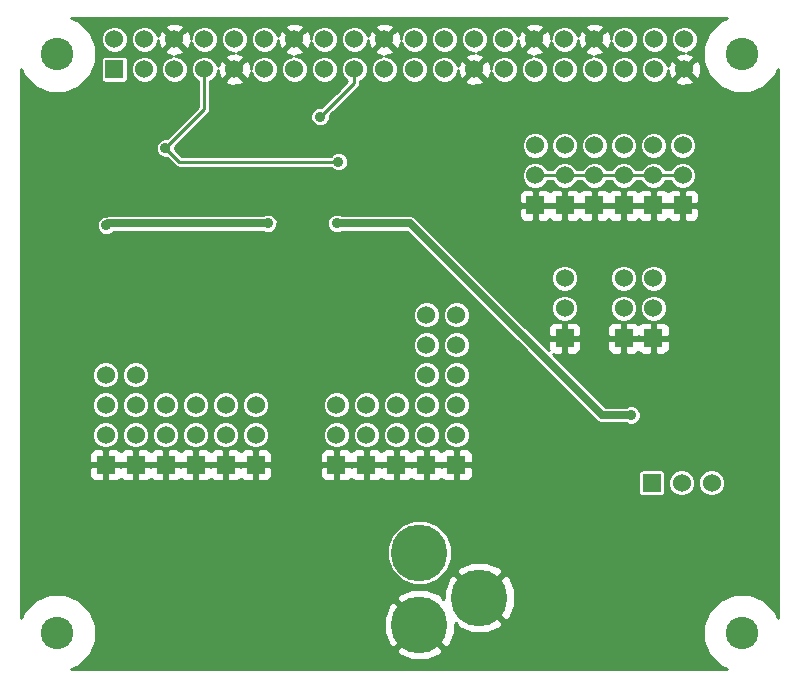
<source format=gbl>
G04 (created by PCBNEW (2013-04-19 BZR 4011)-stable) date 02/09/2014 13:09:43*
%MOIN*%
G04 Gerber Fmt 3.4, Leading zero omitted, Abs format*
%FSLAX34Y34*%
G01*
G70*
G90*
G04 APERTURE LIST*
%ADD10C,0*%
%ADD11R,0.06X0.06*%
%ADD12C,0.06*%
%ADD13C,0.189*%
%ADD14C,0.108268*%
%ADD15C,0.035*%
%ADD16C,0.01*%
%ADD17C,0.025*%
G04 APERTURE END LIST*
G54D10*
G54D11*
X4007Y-15070D03*
G54D12*
X4007Y-14070D03*
X4007Y-13070D03*
X4007Y-12070D03*
G54D11*
X5007Y-15070D03*
G54D12*
X5007Y-14070D03*
X5007Y-13070D03*
G54D11*
X7007Y-15070D03*
G54D12*
X7007Y-14070D03*
X7007Y-13070D03*
G54D11*
X10696Y-15070D03*
G54D12*
X10696Y-14070D03*
X10696Y-13070D03*
G54D11*
X12696Y-15070D03*
G54D12*
X12696Y-14070D03*
X12696Y-13070D03*
G54D11*
X8007Y-15070D03*
G54D12*
X8007Y-14070D03*
X8007Y-13070D03*
G54D11*
X11696Y-15070D03*
G54D12*
X11696Y-14070D03*
X11696Y-13070D03*
G54D11*
X14696Y-15070D03*
G54D12*
X14696Y-14070D03*
X14696Y-13070D03*
X14696Y-12070D03*
X14696Y-11070D03*
X14696Y-10070D03*
G54D11*
X3007Y-15070D03*
G54D12*
X3007Y-14070D03*
X3007Y-13070D03*
X3007Y-12070D03*
G54D11*
X6007Y-15070D03*
G54D12*
X6007Y-14070D03*
X6007Y-13070D03*
G54D11*
X13696Y-15070D03*
G54D12*
X13696Y-14070D03*
X13696Y-13070D03*
X13696Y-12070D03*
X13696Y-11070D03*
X13696Y-10070D03*
G54D13*
X13464Y-20393D03*
X13464Y-17993D03*
X15464Y-19493D03*
G54D11*
X17322Y-6413D03*
G54D12*
X17322Y-5413D03*
X17322Y-4413D03*
G54D11*
X18307Y-6413D03*
G54D12*
X18307Y-5413D03*
X18307Y-4413D03*
G54D11*
X19291Y-6413D03*
G54D12*
X19291Y-5413D03*
X19291Y-4413D03*
G54D11*
X20275Y-6413D03*
G54D12*
X20275Y-5413D03*
X20275Y-4413D03*
G54D11*
X21259Y-6413D03*
G54D12*
X21259Y-5413D03*
X21259Y-4413D03*
G54D11*
X18307Y-10842D03*
G54D12*
X18307Y-9842D03*
X18307Y-8842D03*
G54D11*
X20275Y-10842D03*
G54D12*
X20275Y-9842D03*
X20275Y-8842D03*
G54D11*
X21259Y-10842D03*
G54D12*
X21259Y-9842D03*
X21259Y-8842D03*
G54D11*
X22244Y-6413D03*
G54D12*
X22244Y-5413D03*
X22244Y-4413D03*
G54D11*
X3295Y-1877D03*
G54D12*
X3295Y-877D03*
X8295Y-1877D03*
X4295Y-877D03*
X9295Y-1877D03*
X5295Y-877D03*
X10295Y-1877D03*
X6295Y-877D03*
X11295Y-1877D03*
X7295Y-877D03*
X12295Y-1877D03*
X8295Y-877D03*
X13295Y-1877D03*
X9295Y-877D03*
X14295Y-1877D03*
X10295Y-877D03*
X15295Y-1877D03*
X11295Y-877D03*
X16295Y-1877D03*
X12295Y-877D03*
X17295Y-1877D03*
X13295Y-877D03*
X18295Y-1877D03*
X14295Y-877D03*
X15295Y-877D03*
X19295Y-1877D03*
X16295Y-877D03*
X18295Y-877D03*
X19295Y-877D03*
X20295Y-877D03*
X21295Y-877D03*
X20295Y-1877D03*
X21295Y-1877D03*
X4295Y-1877D03*
X5295Y-1877D03*
X6295Y-1877D03*
X7295Y-1877D03*
X22295Y-1877D03*
X22295Y-877D03*
X17295Y-877D03*
G54D11*
X21204Y-15669D03*
G54D12*
X22204Y-15669D03*
X23204Y-15669D03*
G54D14*
X24212Y-20669D03*
X1377Y-20669D03*
X24212Y-1377D03*
X1377Y-1377D03*
G54D15*
X10157Y-3464D03*
X4440Y-19450D03*
X10000Y-20350D03*
X767Y-15452D03*
X23110Y-10787D03*
X10826Y-7775D03*
X15551Y-6732D03*
X16456Y-15531D03*
X5413Y-8503D03*
X10767Y-4960D03*
X5000Y-4507D03*
X8410Y-7020D03*
X3031Y-7086D03*
X10710Y-7020D03*
X20520Y-13410D03*
G54D16*
X17322Y-5413D02*
X18307Y-5413D01*
X18307Y-5413D02*
X19291Y-5413D01*
X19291Y-5413D02*
X20275Y-5413D01*
X20275Y-5413D02*
X21259Y-5413D01*
X21259Y-5413D02*
X22244Y-5413D01*
X11295Y-1877D02*
X11295Y-2326D01*
X11295Y-2326D02*
X10157Y-3464D01*
X10767Y-4960D02*
X5452Y-4960D01*
X5452Y-4960D02*
X5000Y-4507D01*
X6295Y-1877D02*
X6295Y-3212D01*
X6295Y-3212D02*
X5000Y-4507D01*
G54D17*
X20520Y-13410D02*
X19560Y-13410D01*
X16850Y-10700D02*
X16850Y-10720D01*
X19560Y-13410D02*
X16850Y-10700D01*
X8410Y-7020D02*
X3098Y-7020D01*
X3098Y-7020D02*
X3031Y-7086D01*
X13150Y-7020D02*
X10710Y-7020D01*
X16850Y-10720D02*
X13150Y-7020D01*
G54D10*
G36*
X25420Y-20189D02*
X25315Y-19933D01*
X24949Y-19567D01*
X24472Y-19369D01*
X23955Y-19369D01*
X23654Y-19493D01*
X23654Y-15580D01*
X23586Y-15414D01*
X23459Y-15288D01*
X23294Y-15219D01*
X23115Y-15219D01*
X22950Y-15287D01*
X22850Y-15387D01*
X22850Y-1959D01*
X22839Y-1741D01*
X22776Y-1590D01*
X22745Y-1581D01*
X22745Y-788D01*
X22676Y-623D01*
X22550Y-496D01*
X22385Y-428D01*
X22206Y-427D01*
X22040Y-496D01*
X21914Y-622D01*
X21845Y-788D01*
X21845Y-967D01*
X21913Y-1132D01*
X22040Y-1259D01*
X22205Y-1327D01*
X22281Y-1327D01*
X22158Y-1334D01*
X22007Y-1396D01*
X21980Y-1492D01*
X22295Y-1807D01*
X22610Y-1492D01*
X22583Y-1396D01*
X22387Y-1326D01*
X22549Y-1259D01*
X22676Y-1133D01*
X22745Y-967D01*
X22745Y-788D01*
X22745Y-1581D01*
X22681Y-1562D01*
X22365Y-1877D01*
X22681Y-2193D01*
X22776Y-2165D01*
X22850Y-1959D01*
X22850Y-15387D01*
X22823Y-15414D01*
X22794Y-15484D01*
X22794Y-6762D01*
X22794Y-6063D01*
X22756Y-5971D01*
X22694Y-5909D01*
X22694Y-5324D01*
X22694Y-4324D01*
X22625Y-4158D01*
X22610Y-4143D01*
X22610Y-2263D01*
X22295Y-1948D01*
X22224Y-2019D01*
X22224Y-1877D01*
X21909Y-1562D01*
X21814Y-1590D01*
X21745Y-1782D01*
X21745Y-788D01*
X21676Y-623D01*
X21550Y-496D01*
X21385Y-428D01*
X21206Y-427D01*
X21040Y-496D01*
X20914Y-622D01*
X20845Y-788D01*
X20845Y-967D01*
X20913Y-1132D01*
X21040Y-1259D01*
X21205Y-1327D01*
X21384Y-1328D01*
X21549Y-1259D01*
X21676Y-1133D01*
X21745Y-967D01*
X21745Y-788D01*
X21745Y-1782D01*
X21744Y-1785D01*
X21676Y-1623D01*
X21550Y-1496D01*
X21385Y-1428D01*
X21206Y-1427D01*
X21040Y-1496D01*
X20914Y-1622D01*
X20845Y-1788D01*
X20845Y-1967D01*
X20913Y-2132D01*
X21040Y-2259D01*
X21205Y-2327D01*
X21384Y-2328D01*
X21549Y-2259D01*
X21676Y-2133D01*
X21745Y-1967D01*
X21745Y-1891D01*
X21751Y-2014D01*
X21814Y-2165D01*
X21909Y-2193D01*
X22224Y-1877D01*
X22224Y-2019D01*
X21980Y-2263D01*
X22007Y-2359D01*
X22213Y-2432D01*
X22432Y-2421D01*
X22583Y-2359D01*
X22610Y-2263D01*
X22610Y-4143D01*
X22499Y-4032D01*
X22333Y-3963D01*
X22154Y-3963D01*
X21989Y-4031D01*
X21862Y-4158D01*
X21794Y-4323D01*
X21794Y-4502D01*
X21862Y-4667D01*
X21988Y-4794D01*
X22154Y-4863D01*
X22333Y-4863D01*
X22498Y-4795D01*
X22625Y-4668D01*
X22694Y-4503D01*
X22694Y-4324D01*
X22694Y-5324D01*
X22625Y-5158D01*
X22499Y-5032D01*
X22333Y-4963D01*
X22154Y-4963D01*
X21989Y-5031D01*
X21862Y-5158D01*
X21839Y-5213D01*
X21709Y-5213D01*
X21709Y-4324D01*
X21641Y-4158D01*
X21515Y-4032D01*
X21349Y-3963D01*
X21170Y-3963D01*
X21005Y-4031D01*
X20878Y-4158D01*
X20809Y-4323D01*
X20809Y-4502D01*
X20878Y-4667D01*
X21004Y-4794D01*
X21169Y-4863D01*
X21348Y-4863D01*
X21514Y-4795D01*
X21641Y-4668D01*
X21709Y-4503D01*
X21709Y-4324D01*
X21709Y-5213D01*
X21664Y-5213D01*
X21641Y-5158D01*
X21515Y-5032D01*
X21349Y-4963D01*
X21170Y-4963D01*
X21005Y-5031D01*
X20878Y-5158D01*
X20855Y-5213D01*
X20745Y-5213D01*
X20745Y-1788D01*
X20745Y-788D01*
X20676Y-623D01*
X20550Y-496D01*
X20385Y-428D01*
X20206Y-427D01*
X20040Y-496D01*
X19914Y-622D01*
X19845Y-788D01*
X19845Y-864D01*
X19839Y-741D01*
X19776Y-590D01*
X19681Y-562D01*
X19610Y-633D01*
X19610Y-492D01*
X19583Y-396D01*
X19377Y-323D01*
X19158Y-334D01*
X19007Y-396D01*
X18980Y-492D01*
X19295Y-807D01*
X19610Y-492D01*
X19610Y-633D01*
X19365Y-877D01*
X19681Y-1193D01*
X19776Y-1165D01*
X19846Y-969D01*
X19913Y-1132D01*
X20040Y-1259D01*
X20205Y-1327D01*
X20384Y-1328D01*
X20549Y-1259D01*
X20676Y-1133D01*
X20745Y-967D01*
X20745Y-788D01*
X20745Y-1788D01*
X20676Y-1623D01*
X20550Y-1496D01*
X20385Y-1428D01*
X20206Y-1427D01*
X20040Y-1496D01*
X19914Y-1622D01*
X19845Y-1788D01*
X19845Y-1967D01*
X19913Y-2132D01*
X20040Y-2259D01*
X20205Y-2327D01*
X20384Y-2328D01*
X20549Y-2259D01*
X20676Y-2133D01*
X20745Y-1967D01*
X20745Y-1788D01*
X20745Y-5213D01*
X20725Y-5213D01*
X20725Y-4324D01*
X20657Y-4158D01*
X20530Y-4032D01*
X20365Y-3963D01*
X20186Y-3963D01*
X20021Y-4031D01*
X19894Y-4158D01*
X19825Y-4323D01*
X19825Y-4502D01*
X19893Y-4667D01*
X20020Y-4794D01*
X20185Y-4863D01*
X20364Y-4863D01*
X20530Y-4795D01*
X20656Y-4668D01*
X20725Y-4503D01*
X20725Y-4324D01*
X20725Y-5213D01*
X20679Y-5213D01*
X20657Y-5158D01*
X20530Y-5032D01*
X20365Y-4963D01*
X20186Y-4963D01*
X20021Y-5031D01*
X19894Y-5158D01*
X19871Y-5213D01*
X19745Y-5213D01*
X19745Y-1788D01*
X19676Y-1623D01*
X19550Y-1496D01*
X19385Y-1428D01*
X19308Y-1427D01*
X19432Y-1421D01*
X19583Y-1359D01*
X19610Y-1263D01*
X19295Y-948D01*
X19224Y-1019D01*
X19224Y-877D01*
X18909Y-562D01*
X18814Y-590D01*
X18744Y-785D01*
X18676Y-623D01*
X18550Y-496D01*
X18385Y-428D01*
X18206Y-427D01*
X18040Y-496D01*
X17914Y-622D01*
X17845Y-788D01*
X17845Y-864D01*
X17839Y-741D01*
X17776Y-590D01*
X17681Y-562D01*
X17610Y-633D01*
X17610Y-492D01*
X17583Y-396D01*
X17377Y-323D01*
X17158Y-334D01*
X17007Y-396D01*
X16980Y-492D01*
X17295Y-807D01*
X17610Y-492D01*
X17610Y-633D01*
X17365Y-877D01*
X17681Y-1193D01*
X17776Y-1165D01*
X17846Y-969D01*
X17913Y-1132D01*
X18040Y-1259D01*
X18205Y-1327D01*
X18384Y-1328D01*
X18549Y-1259D01*
X18676Y-1133D01*
X18745Y-967D01*
X18745Y-891D01*
X18751Y-1014D01*
X18814Y-1165D01*
X18909Y-1193D01*
X19224Y-877D01*
X19224Y-1019D01*
X18980Y-1263D01*
X19007Y-1359D01*
X19203Y-1429D01*
X19040Y-1496D01*
X18914Y-1622D01*
X18845Y-1788D01*
X18845Y-1967D01*
X18913Y-2132D01*
X19040Y-2259D01*
X19205Y-2327D01*
X19384Y-2328D01*
X19549Y-2259D01*
X19676Y-2133D01*
X19745Y-1967D01*
X19745Y-1788D01*
X19745Y-5213D01*
X19741Y-5213D01*
X19741Y-4324D01*
X19673Y-4158D01*
X19546Y-4032D01*
X19381Y-3963D01*
X19202Y-3963D01*
X19036Y-4031D01*
X18910Y-4158D01*
X18841Y-4323D01*
X18841Y-4502D01*
X18909Y-4667D01*
X19036Y-4794D01*
X19201Y-4863D01*
X19380Y-4863D01*
X19545Y-4795D01*
X19672Y-4668D01*
X19741Y-4503D01*
X19741Y-4324D01*
X19741Y-5213D01*
X19695Y-5213D01*
X19673Y-5158D01*
X19546Y-5032D01*
X19381Y-4963D01*
X19202Y-4963D01*
X19036Y-5031D01*
X18910Y-5158D01*
X18887Y-5213D01*
X18757Y-5213D01*
X18757Y-4324D01*
X18745Y-4295D01*
X18745Y-1788D01*
X18676Y-1623D01*
X18550Y-1496D01*
X18385Y-1428D01*
X18206Y-1427D01*
X18040Y-1496D01*
X17914Y-1622D01*
X17845Y-1788D01*
X17845Y-1967D01*
X17913Y-2132D01*
X18040Y-2259D01*
X18205Y-2327D01*
X18384Y-2328D01*
X18549Y-2259D01*
X18676Y-2133D01*
X18745Y-1967D01*
X18745Y-1788D01*
X18745Y-4295D01*
X18688Y-4158D01*
X18562Y-4032D01*
X18396Y-3963D01*
X18217Y-3963D01*
X18052Y-4031D01*
X17925Y-4158D01*
X17857Y-4323D01*
X17857Y-4502D01*
X17925Y-4667D01*
X18051Y-4794D01*
X18217Y-4863D01*
X18396Y-4863D01*
X18561Y-4795D01*
X18688Y-4668D01*
X18757Y-4503D01*
X18757Y-4324D01*
X18757Y-5213D01*
X18711Y-5213D01*
X18688Y-5158D01*
X18562Y-5032D01*
X18396Y-4963D01*
X18217Y-4963D01*
X18052Y-5031D01*
X17925Y-5158D01*
X17902Y-5213D01*
X17772Y-5213D01*
X17772Y-4324D01*
X17745Y-4257D01*
X17745Y-1788D01*
X17676Y-1623D01*
X17550Y-1496D01*
X17385Y-1428D01*
X17308Y-1427D01*
X17432Y-1421D01*
X17583Y-1359D01*
X17610Y-1263D01*
X17295Y-948D01*
X17224Y-1019D01*
X17224Y-877D01*
X16909Y-562D01*
X16814Y-590D01*
X16744Y-785D01*
X16676Y-623D01*
X16550Y-496D01*
X16385Y-428D01*
X16206Y-427D01*
X16040Y-496D01*
X15914Y-622D01*
X15845Y-788D01*
X15845Y-967D01*
X15913Y-1132D01*
X16040Y-1259D01*
X16205Y-1327D01*
X16384Y-1328D01*
X16549Y-1259D01*
X16676Y-1133D01*
X16745Y-967D01*
X16745Y-891D01*
X16751Y-1014D01*
X16814Y-1165D01*
X16909Y-1193D01*
X17224Y-877D01*
X17224Y-1019D01*
X16980Y-1263D01*
X17007Y-1359D01*
X17203Y-1429D01*
X17040Y-1496D01*
X16914Y-1622D01*
X16845Y-1788D01*
X16845Y-1967D01*
X16913Y-2132D01*
X17040Y-2259D01*
X17205Y-2327D01*
X17384Y-2328D01*
X17549Y-2259D01*
X17676Y-2133D01*
X17745Y-1967D01*
X17745Y-1788D01*
X17745Y-4257D01*
X17704Y-4158D01*
X17578Y-4032D01*
X17412Y-3963D01*
X17233Y-3963D01*
X17068Y-4031D01*
X16941Y-4158D01*
X16872Y-4323D01*
X16872Y-4502D01*
X16941Y-4667D01*
X17067Y-4794D01*
X17232Y-4863D01*
X17411Y-4863D01*
X17577Y-4795D01*
X17704Y-4668D01*
X17772Y-4503D01*
X17772Y-4324D01*
X17772Y-5213D01*
X17727Y-5213D01*
X17704Y-5158D01*
X17578Y-5032D01*
X17412Y-4963D01*
X17233Y-4963D01*
X17068Y-5031D01*
X16941Y-5158D01*
X16872Y-5323D01*
X16872Y-5502D01*
X16941Y-5667D01*
X17067Y-5794D01*
X17232Y-5863D01*
X17411Y-5863D01*
X17577Y-5795D01*
X17704Y-5668D01*
X17727Y-5613D01*
X17902Y-5613D01*
X17925Y-5667D01*
X18051Y-5794D01*
X18217Y-5863D01*
X18396Y-5863D01*
X18561Y-5795D01*
X18688Y-5668D01*
X18711Y-5613D01*
X18887Y-5613D01*
X18909Y-5667D01*
X19036Y-5794D01*
X19201Y-5863D01*
X19380Y-5863D01*
X19545Y-5795D01*
X19672Y-5668D01*
X19695Y-5613D01*
X19871Y-5613D01*
X19893Y-5667D01*
X20020Y-5794D01*
X20185Y-5863D01*
X20364Y-5863D01*
X20530Y-5795D01*
X20656Y-5668D01*
X20679Y-5613D01*
X20855Y-5613D01*
X20878Y-5667D01*
X21004Y-5794D01*
X21169Y-5863D01*
X21348Y-5863D01*
X21514Y-5795D01*
X21641Y-5668D01*
X21664Y-5613D01*
X21839Y-5613D01*
X21862Y-5667D01*
X21988Y-5794D01*
X22154Y-5863D01*
X22333Y-5863D01*
X22498Y-5795D01*
X22625Y-5668D01*
X22694Y-5503D01*
X22694Y-5324D01*
X22694Y-5909D01*
X22685Y-5901D01*
X22594Y-5863D01*
X22494Y-5863D01*
X22356Y-5863D01*
X22294Y-5925D01*
X22294Y-6363D01*
X22731Y-6363D01*
X22794Y-6300D01*
X22794Y-6063D01*
X22794Y-6762D01*
X22794Y-6525D01*
X22731Y-6463D01*
X22294Y-6463D01*
X22294Y-6900D01*
X22356Y-6963D01*
X22494Y-6963D01*
X22594Y-6963D01*
X22685Y-6925D01*
X22756Y-6854D01*
X22794Y-6762D01*
X22794Y-15484D01*
X22754Y-15579D01*
X22754Y-15758D01*
X22823Y-15923D01*
X22949Y-16050D01*
X23114Y-16119D01*
X23293Y-16119D01*
X23459Y-16051D01*
X23585Y-15924D01*
X23654Y-15759D01*
X23654Y-15580D01*
X23654Y-19493D01*
X23477Y-19566D01*
X23111Y-19931D01*
X22912Y-20409D01*
X22912Y-20926D01*
X23109Y-21404D01*
X23475Y-21770D01*
X23732Y-21877D01*
X22654Y-21877D01*
X22654Y-15580D01*
X22586Y-15414D01*
X22459Y-15288D01*
X22294Y-15219D01*
X22194Y-15219D01*
X22194Y-6900D01*
X22194Y-6463D01*
X22194Y-6363D01*
X22194Y-5925D01*
X22131Y-5863D01*
X21993Y-5863D01*
X21894Y-5863D01*
X21802Y-5901D01*
X21751Y-5951D01*
X21701Y-5901D01*
X21609Y-5863D01*
X21510Y-5863D01*
X21372Y-5863D01*
X21309Y-5925D01*
X21309Y-6363D01*
X21747Y-6363D01*
X21751Y-6358D01*
X21756Y-6363D01*
X22194Y-6363D01*
X22194Y-6463D01*
X21756Y-6463D01*
X21751Y-6468D01*
X21747Y-6463D01*
X21309Y-6463D01*
X21309Y-6900D01*
X21372Y-6963D01*
X21510Y-6963D01*
X21609Y-6963D01*
X21701Y-6925D01*
X21751Y-6874D01*
X21802Y-6925D01*
X21894Y-6963D01*
X21993Y-6963D01*
X22131Y-6963D01*
X22194Y-6900D01*
X22194Y-15219D01*
X22115Y-15219D01*
X21950Y-15287D01*
X21823Y-15414D01*
X21809Y-15446D01*
X21809Y-11192D01*
X21809Y-10493D01*
X21771Y-10401D01*
X21709Y-10338D01*
X21709Y-9753D01*
X21709Y-8753D01*
X21641Y-8587D01*
X21515Y-8461D01*
X21349Y-8392D01*
X21209Y-8392D01*
X21209Y-6900D01*
X21209Y-6463D01*
X21209Y-6363D01*
X21209Y-5925D01*
X21147Y-5863D01*
X21009Y-5863D01*
X20909Y-5863D01*
X20818Y-5901D01*
X20767Y-5951D01*
X20717Y-5901D01*
X20625Y-5863D01*
X20526Y-5863D01*
X20388Y-5863D01*
X20325Y-5925D01*
X20325Y-6363D01*
X20763Y-6363D01*
X20767Y-6358D01*
X20772Y-6363D01*
X21209Y-6363D01*
X21209Y-6463D01*
X20772Y-6463D01*
X20767Y-6468D01*
X20763Y-6463D01*
X20325Y-6463D01*
X20325Y-6900D01*
X20388Y-6963D01*
X20526Y-6963D01*
X20625Y-6963D01*
X20717Y-6925D01*
X20767Y-6874D01*
X20818Y-6925D01*
X20909Y-6963D01*
X21009Y-6963D01*
X21147Y-6963D01*
X21209Y-6900D01*
X21209Y-8392D01*
X21170Y-8392D01*
X21005Y-8460D01*
X20878Y-8587D01*
X20809Y-8752D01*
X20809Y-8931D01*
X20878Y-9097D01*
X21004Y-9223D01*
X21169Y-9292D01*
X21348Y-9292D01*
X21514Y-9224D01*
X21641Y-9097D01*
X21709Y-8932D01*
X21709Y-8753D01*
X21709Y-9753D01*
X21641Y-9587D01*
X21515Y-9461D01*
X21349Y-9392D01*
X21170Y-9392D01*
X21005Y-9460D01*
X20878Y-9587D01*
X20809Y-9752D01*
X20809Y-9931D01*
X20878Y-10097D01*
X21004Y-10223D01*
X21169Y-10292D01*
X21348Y-10292D01*
X21514Y-10224D01*
X21641Y-10097D01*
X21709Y-9932D01*
X21709Y-9753D01*
X21709Y-10338D01*
X21701Y-10330D01*
X21609Y-10292D01*
X21510Y-10292D01*
X21372Y-10292D01*
X21309Y-10355D01*
X21309Y-10792D01*
X21747Y-10792D01*
X21809Y-10730D01*
X21809Y-10493D01*
X21809Y-11192D01*
X21809Y-10955D01*
X21747Y-10892D01*
X21309Y-10892D01*
X21309Y-11330D01*
X21372Y-11392D01*
X21510Y-11392D01*
X21609Y-11392D01*
X21701Y-11354D01*
X21771Y-11283D01*
X21809Y-11192D01*
X21809Y-15446D01*
X21754Y-15579D01*
X21754Y-15758D01*
X21823Y-15923D01*
X21949Y-16050D01*
X22114Y-16119D01*
X22293Y-16119D01*
X22459Y-16051D01*
X22585Y-15924D01*
X22654Y-15759D01*
X22654Y-15580D01*
X22654Y-21877D01*
X21654Y-21877D01*
X21654Y-15939D01*
X21654Y-15339D01*
X21631Y-15284D01*
X21589Y-15242D01*
X21534Y-15219D01*
X21475Y-15219D01*
X21209Y-15219D01*
X21209Y-11330D01*
X21209Y-10892D01*
X21209Y-10792D01*
X21209Y-10355D01*
X21147Y-10292D01*
X21009Y-10292D01*
X20909Y-10292D01*
X20818Y-10330D01*
X20767Y-10381D01*
X20725Y-10338D01*
X20725Y-9753D01*
X20725Y-8753D01*
X20657Y-8587D01*
X20530Y-8461D01*
X20365Y-8392D01*
X20225Y-8392D01*
X20225Y-6900D01*
X20225Y-6463D01*
X20225Y-6363D01*
X20225Y-5925D01*
X20163Y-5863D01*
X20025Y-5863D01*
X19925Y-5863D01*
X19833Y-5901D01*
X19783Y-5951D01*
X19733Y-5901D01*
X19641Y-5863D01*
X19541Y-5863D01*
X19403Y-5863D01*
X19341Y-5925D01*
X19341Y-6363D01*
X19778Y-6363D01*
X19783Y-6358D01*
X19788Y-6363D01*
X20225Y-6363D01*
X20225Y-6463D01*
X19788Y-6463D01*
X19783Y-6468D01*
X19778Y-6463D01*
X19341Y-6463D01*
X19341Y-6900D01*
X19403Y-6963D01*
X19541Y-6963D01*
X19641Y-6963D01*
X19733Y-6925D01*
X19783Y-6874D01*
X19833Y-6925D01*
X19925Y-6963D01*
X20025Y-6963D01*
X20163Y-6963D01*
X20225Y-6900D01*
X20225Y-8392D01*
X20186Y-8392D01*
X20021Y-8460D01*
X19894Y-8587D01*
X19825Y-8752D01*
X19825Y-8931D01*
X19893Y-9097D01*
X20020Y-9223D01*
X20185Y-9292D01*
X20364Y-9292D01*
X20530Y-9224D01*
X20656Y-9097D01*
X20725Y-8932D01*
X20725Y-8753D01*
X20725Y-9753D01*
X20657Y-9587D01*
X20530Y-9461D01*
X20365Y-9392D01*
X20186Y-9392D01*
X20021Y-9460D01*
X19894Y-9587D01*
X19825Y-9752D01*
X19825Y-9931D01*
X19893Y-10097D01*
X20020Y-10223D01*
X20185Y-10292D01*
X20364Y-10292D01*
X20530Y-10224D01*
X20656Y-10097D01*
X20725Y-9932D01*
X20725Y-9753D01*
X20725Y-10338D01*
X20717Y-10330D01*
X20625Y-10292D01*
X20526Y-10292D01*
X20388Y-10292D01*
X20325Y-10355D01*
X20325Y-10792D01*
X20763Y-10792D01*
X20767Y-10787D01*
X20772Y-10792D01*
X21209Y-10792D01*
X21209Y-10892D01*
X20772Y-10892D01*
X20767Y-10897D01*
X20763Y-10892D01*
X20325Y-10892D01*
X20325Y-11330D01*
X20388Y-11392D01*
X20526Y-11392D01*
X20625Y-11392D01*
X20717Y-11354D01*
X20767Y-11303D01*
X20818Y-11354D01*
X20909Y-11392D01*
X21009Y-11392D01*
X21147Y-11392D01*
X21209Y-11330D01*
X21209Y-15219D01*
X20875Y-15219D01*
X20845Y-15231D01*
X20845Y-13345D01*
X20795Y-13226D01*
X20704Y-13134D01*
X20584Y-13085D01*
X20455Y-13084D01*
X20336Y-13134D01*
X20335Y-13135D01*
X20225Y-13135D01*
X20225Y-11330D01*
X20225Y-10892D01*
X20225Y-10792D01*
X20225Y-10355D01*
X20163Y-10292D01*
X20025Y-10292D01*
X19925Y-10292D01*
X19833Y-10330D01*
X19763Y-10401D01*
X19725Y-10493D01*
X19725Y-10730D01*
X19788Y-10792D01*
X20225Y-10792D01*
X20225Y-10892D01*
X19788Y-10892D01*
X19725Y-10955D01*
X19725Y-11192D01*
X19763Y-11283D01*
X19833Y-11354D01*
X19925Y-11392D01*
X20025Y-11392D01*
X20163Y-11392D01*
X20225Y-11330D01*
X20225Y-13135D01*
X19673Y-13135D01*
X19241Y-12702D01*
X19241Y-6900D01*
X19241Y-6463D01*
X19241Y-6363D01*
X19241Y-5925D01*
X19178Y-5863D01*
X19040Y-5863D01*
X18941Y-5863D01*
X18849Y-5901D01*
X18799Y-5951D01*
X18748Y-5901D01*
X18657Y-5863D01*
X18557Y-5863D01*
X18419Y-5863D01*
X18357Y-5925D01*
X18357Y-6363D01*
X18794Y-6363D01*
X18799Y-6358D01*
X18803Y-6363D01*
X19241Y-6363D01*
X19241Y-6463D01*
X18803Y-6463D01*
X18799Y-6468D01*
X18794Y-6463D01*
X18357Y-6463D01*
X18357Y-6900D01*
X18419Y-6963D01*
X18557Y-6963D01*
X18657Y-6963D01*
X18748Y-6925D01*
X18799Y-6874D01*
X18849Y-6925D01*
X18941Y-6963D01*
X19040Y-6963D01*
X19178Y-6963D01*
X19241Y-6900D01*
X19241Y-12702D01*
X18857Y-12318D01*
X18857Y-11192D01*
X18857Y-10493D01*
X18819Y-10401D01*
X18757Y-10338D01*
X18757Y-9753D01*
X18757Y-8753D01*
X18688Y-8587D01*
X18562Y-8461D01*
X18396Y-8392D01*
X18257Y-8392D01*
X18257Y-6900D01*
X18257Y-6463D01*
X18257Y-6363D01*
X18257Y-5925D01*
X18194Y-5863D01*
X18056Y-5863D01*
X17957Y-5863D01*
X17865Y-5901D01*
X17814Y-5951D01*
X17764Y-5901D01*
X17672Y-5863D01*
X17573Y-5863D01*
X17435Y-5863D01*
X17372Y-5925D01*
X17372Y-6363D01*
X17810Y-6363D01*
X17814Y-6358D01*
X17819Y-6363D01*
X18257Y-6363D01*
X18257Y-6463D01*
X17819Y-6463D01*
X17814Y-6468D01*
X17810Y-6463D01*
X17372Y-6463D01*
X17372Y-6900D01*
X17435Y-6963D01*
X17573Y-6963D01*
X17672Y-6963D01*
X17764Y-6925D01*
X17814Y-6874D01*
X17865Y-6925D01*
X17957Y-6963D01*
X18056Y-6963D01*
X18194Y-6963D01*
X18257Y-6900D01*
X18257Y-8392D01*
X18217Y-8392D01*
X18052Y-8460D01*
X17925Y-8587D01*
X17857Y-8752D01*
X17857Y-8931D01*
X17925Y-9097D01*
X18051Y-9223D01*
X18217Y-9292D01*
X18396Y-9292D01*
X18561Y-9224D01*
X18688Y-9097D01*
X18757Y-8932D01*
X18757Y-8753D01*
X18757Y-9753D01*
X18688Y-9587D01*
X18562Y-9461D01*
X18396Y-9392D01*
X18217Y-9392D01*
X18052Y-9460D01*
X17925Y-9587D01*
X17857Y-9752D01*
X17857Y-9931D01*
X17925Y-10097D01*
X18051Y-10223D01*
X18217Y-10292D01*
X18396Y-10292D01*
X18561Y-10224D01*
X18688Y-10097D01*
X18757Y-9932D01*
X18757Y-9753D01*
X18757Y-10338D01*
X18748Y-10330D01*
X18657Y-10292D01*
X18557Y-10292D01*
X18419Y-10292D01*
X18357Y-10355D01*
X18357Y-10792D01*
X18794Y-10792D01*
X18857Y-10730D01*
X18857Y-10493D01*
X18857Y-11192D01*
X18857Y-10955D01*
X18794Y-10892D01*
X18357Y-10892D01*
X18357Y-11330D01*
X18419Y-11392D01*
X18557Y-11392D01*
X18657Y-11392D01*
X18748Y-11354D01*
X18819Y-11283D01*
X18857Y-11192D01*
X18857Y-12318D01*
X17913Y-11374D01*
X17957Y-11392D01*
X18056Y-11392D01*
X18194Y-11392D01*
X18257Y-11330D01*
X18257Y-10892D01*
X18257Y-10792D01*
X18257Y-10355D01*
X18194Y-10292D01*
X18056Y-10292D01*
X17957Y-10292D01*
X17865Y-10330D01*
X17795Y-10401D01*
X17757Y-10493D01*
X17757Y-10730D01*
X17819Y-10792D01*
X18257Y-10792D01*
X18257Y-10892D01*
X17819Y-10892D01*
X17757Y-10955D01*
X17757Y-11192D01*
X17775Y-11236D01*
X17272Y-10733D01*
X17272Y-6900D01*
X17272Y-6463D01*
X17272Y-6363D01*
X17272Y-5925D01*
X17210Y-5863D01*
X17072Y-5863D01*
X16972Y-5863D01*
X16881Y-5901D01*
X16810Y-5971D01*
X16772Y-6063D01*
X16772Y-6300D01*
X16835Y-6363D01*
X17272Y-6363D01*
X17272Y-6463D01*
X16835Y-6463D01*
X16772Y-6525D01*
X16772Y-6762D01*
X16810Y-6854D01*
X16881Y-6925D01*
X16972Y-6963D01*
X17072Y-6963D01*
X17210Y-6963D01*
X17272Y-6900D01*
X17272Y-10733D01*
X17044Y-10505D01*
X16984Y-10465D01*
X16984Y-10465D01*
X16745Y-10226D01*
X16745Y-1788D01*
X16676Y-1623D01*
X16550Y-1496D01*
X16385Y-1428D01*
X16206Y-1427D01*
X16040Y-1496D01*
X15914Y-1622D01*
X15845Y-1788D01*
X15845Y-1864D01*
X15839Y-1741D01*
X15776Y-1590D01*
X15745Y-1581D01*
X15745Y-788D01*
X15676Y-623D01*
X15550Y-496D01*
X15385Y-428D01*
X15206Y-427D01*
X15040Y-496D01*
X14914Y-622D01*
X14845Y-788D01*
X14845Y-967D01*
X14913Y-1132D01*
X15040Y-1259D01*
X15205Y-1327D01*
X15281Y-1327D01*
X15158Y-1334D01*
X15007Y-1396D01*
X14980Y-1492D01*
X15295Y-1807D01*
X15610Y-1492D01*
X15583Y-1396D01*
X15387Y-1326D01*
X15549Y-1259D01*
X15676Y-1133D01*
X15745Y-967D01*
X15745Y-788D01*
X15745Y-1581D01*
X15681Y-1562D01*
X15365Y-1877D01*
X15681Y-2193D01*
X15776Y-2165D01*
X15846Y-1969D01*
X15913Y-2132D01*
X16040Y-2259D01*
X16205Y-2327D01*
X16384Y-2328D01*
X16549Y-2259D01*
X16676Y-2133D01*
X16745Y-1967D01*
X16745Y-1788D01*
X16745Y-10226D01*
X15610Y-9091D01*
X15610Y-2263D01*
X15295Y-1948D01*
X15224Y-2019D01*
X15224Y-1877D01*
X14909Y-1562D01*
X14814Y-1590D01*
X14745Y-1782D01*
X14745Y-788D01*
X14676Y-623D01*
X14550Y-496D01*
X14385Y-428D01*
X14206Y-427D01*
X14040Y-496D01*
X13914Y-622D01*
X13845Y-788D01*
X13845Y-967D01*
X13913Y-1132D01*
X14040Y-1259D01*
X14205Y-1327D01*
X14384Y-1328D01*
X14549Y-1259D01*
X14676Y-1133D01*
X14745Y-967D01*
X14745Y-788D01*
X14745Y-1782D01*
X14744Y-1785D01*
X14676Y-1623D01*
X14550Y-1496D01*
X14385Y-1428D01*
X14206Y-1427D01*
X14040Y-1496D01*
X13914Y-1622D01*
X13845Y-1788D01*
X13845Y-1967D01*
X13913Y-2132D01*
X14040Y-2259D01*
X14205Y-2327D01*
X14384Y-2328D01*
X14549Y-2259D01*
X14676Y-2133D01*
X14745Y-1967D01*
X14745Y-1891D01*
X14751Y-2014D01*
X14814Y-2165D01*
X14909Y-2193D01*
X15224Y-1877D01*
X15224Y-2019D01*
X14980Y-2263D01*
X15007Y-2359D01*
X15213Y-2432D01*
X15432Y-2421D01*
X15583Y-2359D01*
X15610Y-2263D01*
X15610Y-9091D01*
X13745Y-7226D01*
X13745Y-1788D01*
X13745Y-788D01*
X13676Y-623D01*
X13550Y-496D01*
X13385Y-428D01*
X13206Y-427D01*
X13040Y-496D01*
X12914Y-622D01*
X12845Y-788D01*
X12845Y-864D01*
X12839Y-741D01*
X12776Y-590D01*
X12681Y-562D01*
X12610Y-633D01*
X12610Y-492D01*
X12583Y-396D01*
X12377Y-323D01*
X12158Y-334D01*
X12007Y-396D01*
X11980Y-492D01*
X12295Y-807D01*
X12610Y-492D01*
X12610Y-633D01*
X12365Y-877D01*
X12681Y-1193D01*
X12776Y-1165D01*
X12846Y-969D01*
X12913Y-1132D01*
X13040Y-1259D01*
X13205Y-1327D01*
X13384Y-1328D01*
X13549Y-1259D01*
X13676Y-1133D01*
X13745Y-967D01*
X13745Y-788D01*
X13745Y-1788D01*
X13676Y-1623D01*
X13550Y-1496D01*
X13385Y-1428D01*
X13206Y-1427D01*
X13040Y-1496D01*
X12914Y-1622D01*
X12845Y-1788D01*
X12845Y-1967D01*
X12913Y-2132D01*
X13040Y-2259D01*
X13205Y-2327D01*
X13384Y-2328D01*
X13549Y-2259D01*
X13676Y-2133D01*
X13745Y-1967D01*
X13745Y-1788D01*
X13745Y-7226D01*
X13344Y-6825D01*
X13255Y-6765D01*
X13150Y-6745D01*
X12745Y-6745D01*
X12745Y-1788D01*
X12676Y-1623D01*
X12550Y-1496D01*
X12385Y-1428D01*
X12308Y-1427D01*
X12432Y-1421D01*
X12583Y-1359D01*
X12610Y-1263D01*
X12295Y-948D01*
X12224Y-1019D01*
X12224Y-877D01*
X11909Y-562D01*
X11814Y-590D01*
X11744Y-785D01*
X11676Y-623D01*
X11550Y-496D01*
X11385Y-428D01*
X11206Y-427D01*
X11040Y-496D01*
X10914Y-622D01*
X10845Y-788D01*
X10845Y-967D01*
X10913Y-1132D01*
X11040Y-1259D01*
X11205Y-1327D01*
X11384Y-1328D01*
X11549Y-1259D01*
X11676Y-1133D01*
X11745Y-967D01*
X11745Y-891D01*
X11751Y-1014D01*
X11814Y-1165D01*
X11909Y-1193D01*
X12224Y-877D01*
X12224Y-1019D01*
X11980Y-1263D01*
X12007Y-1359D01*
X12203Y-1429D01*
X12040Y-1496D01*
X11914Y-1622D01*
X11845Y-1788D01*
X11845Y-1967D01*
X11913Y-2132D01*
X12040Y-2259D01*
X12205Y-2327D01*
X12384Y-2328D01*
X12549Y-2259D01*
X12676Y-2133D01*
X12745Y-1967D01*
X12745Y-1788D01*
X12745Y-6745D01*
X11745Y-6745D01*
X11745Y-1788D01*
X11676Y-1623D01*
X11550Y-1496D01*
X11385Y-1428D01*
X11206Y-1427D01*
X11040Y-1496D01*
X10914Y-1622D01*
X10845Y-1788D01*
X10845Y-1967D01*
X10913Y-2132D01*
X11040Y-2259D01*
X11068Y-2270D01*
X10745Y-2593D01*
X10745Y-1788D01*
X10745Y-788D01*
X10676Y-623D01*
X10550Y-496D01*
X10385Y-428D01*
X10206Y-427D01*
X10040Y-496D01*
X9914Y-622D01*
X9845Y-788D01*
X9845Y-864D01*
X9839Y-741D01*
X9776Y-590D01*
X9681Y-562D01*
X9610Y-633D01*
X9610Y-492D01*
X9583Y-396D01*
X9377Y-323D01*
X9158Y-334D01*
X9007Y-396D01*
X8980Y-492D01*
X9295Y-807D01*
X9610Y-492D01*
X9610Y-633D01*
X9365Y-877D01*
X9681Y-1193D01*
X9776Y-1165D01*
X9846Y-969D01*
X9913Y-1132D01*
X10040Y-1259D01*
X10205Y-1327D01*
X10384Y-1328D01*
X10549Y-1259D01*
X10676Y-1133D01*
X10745Y-967D01*
X10745Y-788D01*
X10745Y-1788D01*
X10676Y-1623D01*
X10550Y-1496D01*
X10385Y-1428D01*
X10206Y-1427D01*
X10040Y-1496D01*
X9914Y-1622D01*
X9845Y-1788D01*
X9845Y-1967D01*
X9913Y-2132D01*
X10040Y-2259D01*
X10205Y-2327D01*
X10384Y-2328D01*
X10549Y-2259D01*
X10676Y-2133D01*
X10745Y-1967D01*
X10745Y-1788D01*
X10745Y-2593D01*
X10199Y-3139D01*
X10093Y-3139D01*
X9973Y-3188D01*
X9882Y-3280D01*
X9832Y-3399D01*
X9832Y-3528D01*
X9881Y-3648D01*
X9973Y-3739D01*
X10092Y-3789D01*
X10221Y-3789D01*
X10341Y-3740D01*
X10432Y-3648D01*
X10482Y-3529D01*
X10482Y-3422D01*
X11436Y-2468D01*
X11480Y-2403D01*
X11480Y-2403D01*
X11495Y-2326D01*
X11495Y-2282D01*
X11549Y-2259D01*
X11676Y-2133D01*
X11745Y-1967D01*
X11745Y-1788D01*
X11745Y-6745D01*
X11092Y-6745D01*
X11092Y-4896D01*
X11043Y-4776D01*
X10952Y-4685D01*
X10832Y-4635D01*
X10703Y-4635D01*
X10583Y-4684D01*
X10508Y-4760D01*
X9745Y-4760D01*
X9745Y-1788D01*
X9676Y-1623D01*
X9550Y-1496D01*
X9385Y-1428D01*
X9308Y-1427D01*
X9432Y-1421D01*
X9583Y-1359D01*
X9610Y-1263D01*
X9295Y-948D01*
X9224Y-1019D01*
X9224Y-877D01*
X8909Y-562D01*
X8814Y-590D01*
X8744Y-785D01*
X8676Y-623D01*
X8550Y-496D01*
X8385Y-428D01*
X8206Y-427D01*
X8040Y-496D01*
X7914Y-622D01*
X7845Y-788D01*
X7845Y-967D01*
X7913Y-1132D01*
X8040Y-1259D01*
X8205Y-1327D01*
X8384Y-1328D01*
X8549Y-1259D01*
X8676Y-1133D01*
X8745Y-967D01*
X8745Y-891D01*
X8751Y-1014D01*
X8814Y-1165D01*
X8909Y-1193D01*
X9224Y-877D01*
X9224Y-1019D01*
X8980Y-1263D01*
X9007Y-1359D01*
X9203Y-1429D01*
X9040Y-1496D01*
X8914Y-1622D01*
X8845Y-1788D01*
X8845Y-1967D01*
X8913Y-2132D01*
X9040Y-2259D01*
X9205Y-2327D01*
X9384Y-2328D01*
X9549Y-2259D01*
X9676Y-2133D01*
X9745Y-1967D01*
X9745Y-1788D01*
X9745Y-4760D01*
X8745Y-4760D01*
X8745Y-1788D01*
X8676Y-1623D01*
X8550Y-1496D01*
X8385Y-1428D01*
X8206Y-1427D01*
X8040Y-1496D01*
X7914Y-1622D01*
X7845Y-1788D01*
X7845Y-1864D01*
X7839Y-1741D01*
X7776Y-1590D01*
X7745Y-1581D01*
X7745Y-788D01*
X7676Y-623D01*
X7550Y-496D01*
X7385Y-428D01*
X7206Y-427D01*
X7040Y-496D01*
X6914Y-622D01*
X6845Y-788D01*
X6845Y-967D01*
X6913Y-1132D01*
X7040Y-1259D01*
X7205Y-1327D01*
X7281Y-1327D01*
X7158Y-1334D01*
X7007Y-1396D01*
X6980Y-1492D01*
X7295Y-1807D01*
X7610Y-1492D01*
X7583Y-1396D01*
X7387Y-1326D01*
X7549Y-1259D01*
X7676Y-1133D01*
X7745Y-967D01*
X7745Y-788D01*
X7745Y-1581D01*
X7681Y-1562D01*
X7365Y-1877D01*
X7681Y-2193D01*
X7776Y-2165D01*
X7846Y-1969D01*
X7913Y-2132D01*
X8040Y-2259D01*
X8205Y-2327D01*
X8384Y-2328D01*
X8549Y-2259D01*
X8676Y-2133D01*
X8745Y-1967D01*
X8745Y-1788D01*
X8745Y-4760D01*
X7610Y-4760D01*
X7610Y-2263D01*
X7295Y-1948D01*
X6980Y-2263D01*
X7007Y-2359D01*
X7213Y-2432D01*
X7432Y-2421D01*
X7583Y-2359D01*
X7610Y-2263D01*
X7610Y-4760D01*
X5535Y-4760D01*
X5324Y-4549D01*
X5325Y-4465D01*
X6436Y-3354D01*
X6436Y-3354D01*
X6465Y-3310D01*
X6480Y-3289D01*
X6480Y-3289D01*
X6495Y-3212D01*
X6495Y-3212D01*
X6495Y-2282D01*
X6549Y-2259D01*
X6676Y-2133D01*
X6745Y-1967D01*
X6745Y-1891D01*
X6751Y-2014D01*
X6814Y-2165D01*
X6909Y-2193D01*
X7224Y-1877D01*
X6909Y-1562D01*
X6814Y-1590D01*
X6745Y-1782D01*
X6745Y-788D01*
X6676Y-623D01*
X6550Y-496D01*
X6385Y-428D01*
X6206Y-427D01*
X6040Y-496D01*
X5914Y-622D01*
X5845Y-788D01*
X5845Y-864D01*
X5839Y-741D01*
X5776Y-590D01*
X5681Y-562D01*
X5610Y-633D01*
X5610Y-492D01*
X5583Y-396D01*
X5377Y-323D01*
X5158Y-334D01*
X5007Y-396D01*
X4980Y-492D01*
X5295Y-807D01*
X5610Y-492D01*
X5610Y-633D01*
X5365Y-877D01*
X5681Y-1193D01*
X5776Y-1165D01*
X5846Y-969D01*
X5913Y-1132D01*
X6040Y-1259D01*
X6205Y-1327D01*
X6384Y-1328D01*
X6549Y-1259D01*
X6676Y-1133D01*
X6745Y-967D01*
X6745Y-788D01*
X6745Y-1782D01*
X6744Y-1785D01*
X6676Y-1623D01*
X6550Y-1496D01*
X6385Y-1428D01*
X6206Y-1427D01*
X6040Y-1496D01*
X5914Y-1622D01*
X5845Y-1788D01*
X5845Y-1967D01*
X5913Y-2132D01*
X6040Y-2259D01*
X6095Y-2282D01*
X6095Y-3129D01*
X5745Y-3479D01*
X5745Y-1788D01*
X5676Y-1623D01*
X5550Y-1496D01*
X5385Y-1428D01*
X5308Y-1427D01*
X5432Y-1421D01*
X5583Y-1359D01*
X5610Y-1263D01*
X5295Y-948D01*
X5224Y-1019D01*
X5224Y-877D01*
X4909Y-562D01*
X4814Y-590D01*
X4744Y-785D01*
X4676Y-623D01*
X4550Y-496D01*
X4385Y-428D01*
X4206Y-427D01*
X4040Y-496D01*
X3914Y-622D01*
X3845Y-788D01*
X3845Y-967D01*
X3913Y-1132D01*
X4040Y-1259D01*
X4205Y-1327D01*
X4384Y-1328D01*
X4549Y-1259D01*
X4676Y-1133D01*
X4745Y-967D01*
X4745Y-891D01*
X4751Y-1014D01*
X4814Y-1165D01*
X4909Y-1193D01*
X5224Y-877D01*
X5224Y-1019D01*
X4980Y-1263D01*
X5007Y-1359D01*
X5203Y-1429D01*
X5040Y-1496D01*
X4914Y-1622D01*
X4845Y-1788D01*
X4845Y-1967D01*
X4913Y-2132D01*
X5040Y-2259D01*
X5205Y-2327D01*
X5384Y-2328D01*
X5549Y-2259D01*
X5676Y-2133D01*
X5745Y-1967D01*
X5745Y-1788D01*
X5745Y-3479D01*
X5042Y-4182D01*
X4935Y-4182D01*
X4816Y-4232D01*
X4745Y-4302D01*
X4745Y-1788D01*
X4676Y-1623D01*
X4550Y-1496D01*
X4385Y-1428D01*
X4206Y-1427D01*
X4040Y-1496D01*
X3914Y-1622D01*
X3845Y-1788D01*
X3845Y-1967D01*
X3913Y-2132D01*
X4040Y-2259D01*
X4205Y-2327D01*
X4384Y-2328D01*
X4549Y-2259D01*
X4676Y-2133D01*
X4745Y-1967D01*
X4745Y-1788D01*
X4745Y-4302D01*
X4724Y-4323D01*
X4675Y-4442D01*
X4674Y-4572D01*
X4724Y-4691D01*
X4815Y-4783D01*
X4935Y-4832D01*
X5042Y-4832D01*
X5311Y-5102D01*
X5311Y-5102D01*
X5354Y-5131D01*
X5376Y-5145D01*
X5376Y-5145D01*
X5452Y-5160D01*
X10508Y-5160D01*
X10583Y-5235D01*
X10702Y-5285D01*
X10832Y-5285D01*
X10951Y-5236D01*
X11043Y-5144D01*
X11092Y-5025D01*
X11092Y-4896D01*
X11092Y-6745D01*
X10894Y-6745D01*
X10894Y-6744D01*
X10774Y-6695D01*
X10645Y-6694D01*
X10526Y-6744D01*
X10434Y-6835D01*
X10385Y-6955D01*
X10384Y-7084D01*
X10434Y-7203D01*
X10525Y-7295D01*
X10645Y-7344D01*
X10774Y-7345D01*
X10893Y-7295D01*
X10894Y-7295D01*
X13036Y-7295D01*
X16655Y-10914D01*
X16715Y-10954D01*
X16715Y-10954D01*
X19365Y-13604D01*
X19365Y-13604D01*
X19425Y-13644D01*
X19454Y-13664D01*
X19454Y-13664D01*
X19560Y-13685D01*
X20335Y-13685D01*
X20335Y-13685D01*
X20455Y-13734D01*
X20584Y-13735D01*
X20703Y-13685D01*
X20795Y-13594D01*
X20844Y-13474D01*
X20845Y-13345D01*
X20845Y-15231D01*
X20819Y-15242D01*
X20777Y-15284D01*
X20754Y-15339D01*
X20754Y-15398D01*
X20754Y-15998D01*
X20777Y-16054D01*
X20819Y-16096D01*
X20874Y-16119D01*
X20934Y-16119D01*
X21534Y-16119D01*
X21589Y-16096D01*
X21631Y-16054D01*
X21654Y-15999D01*
X21654Y-15939D01*
X21654Y-21877D01*
X16659Y-21877D01*
X16659Y-19729D01*
X16659Y-19253D01*
X16478Y-18818D01*
X16316Y-18712D01*
X16245Y-18783D01*
X16245Y-18641D01*
X16139Y-18479D01*
X15700Y-18298D01*
X15246Y-18299D01*
X15246Y-15420D01*
X15246Y-14721D01*
X15208Y-14629D01*
X15146Y-14567D01*
X15146Y-13981D01*
X15146Y-12981D01*
X15146Y-11981D01*
X15146Y-10981D01*
X15146Y-9981D01*
X15078Y-9816D01*
X14952Y-9689D01*
X14786Y-9620D01*
X14607Y-9620D01*
X14442Y-9689D01*
X14315Y-9815D01*
X14246Y-9980D01*
X14246Y-10159D01*
X14315Y-10325D01*
X14441Y-10452D01*
X14606Y-10520D01*
X14785Y-10520D01*
X14951Y-10452D01*
X15078Y-10326D01*
X15146Y-10160D01*
X15146Y-9981D01*
X15146Y-10981D01*
X15078Y-10816D01*
X14952Y-10689D01*
X14786Y-10620D01*
X14607Y-10620D01*
X14442Y-10689D01*
X14315Y-10815D01*
X14246Y-10980D01*
X14246Y-11159D01*
X14315Y-11325D01*
X14441Y-11452D01*
X14606Y-11520D01*
X14785Y-11520D01*
X14951Y-11452D01*
X15078Y-11326D01*
X15146Y-11160D01*
X15146Y-10981D01*
X15146Y-11981D01*
X15078Y-11816D01*
X14952Y-11689D01*
X14786Y-11620D01*
X14607Y-11620D01*
X14442Y-11689D01*
X14315Y-11815D01*
X14246Y-11980D01*
X14246Y-12159D01*
X14315Y-12325D01*
X14441Y-12452D01*
X14606Y-12520D01*
X14785Y-12520D01*
X14951Y-12452D01*
X15078Y-12326D01*
X15146Y-12160D01*
X15146Y-11981D01*
X15146Y-12981D01*
X15078Y-12816D01*
X14952Y-12689D01*
X14786Y-12620D01*
X14607Y-12620D01*
X14442Y-12689D01*
X14315Y-12815D01*
X14246Y-12980D01*
X14246Y-13159D01*
X14315Y-13325D01*
X14441Y-13452D01*
X14606Y-13520D01*
X14785Y-13520D01*
X14951Y-13452D01*
X15078Y-13326D01*
X15146Y-13160D01*
X15146Y-12981D01*
X15146Y-13981D01*
X15078Y-13816D01*
X14952Y-13689D01*
X14786Y-13620D01*
X14607Y-13620D01*
X14442Y-13689D01*
X14315Y-13815D01*
X14246Y-13980D01*
X14246Y-14159D01*
X14315Y-14325D01*
X14441Y-14452D01*
X14606Y-14520D01*
X14785Y-14520D01*
X14951Y-14452D01*
X15078Y-14326D01*
X15146Y-14160D01*
X15146Y-13981D01*
X15146Y-14567D01*
X15138Y-14559D01*
X15046Y-14520D01*
X14947Y-14520D01*
X14809Y-14520D01*
X14746Y-14583D01*
X14746Y-15020D01*
X15184Y-15020D01*
X15246Y-14958D01*
X15246Y-14721D01*
X15246Y-15420D01*
X15246Y-15183D01*
X15184Y-15120D01*
X14746Y-15120D01*
X14746Y-15558D01*
X14809Y-15620D01*
X14947Y-15620D01*
X15046Y-15620D01*
X15138Y-15582D01*
X15208Y-15512D01*
X15246Y-15420D01*
X15246Y-18299D01*
X15224Y-18299D01*
X14789Y-18479D01*
X14683Y-18641D01*
X15464Y-19422D01*
X16245Y-18641D01*
X16245Y-18783D01*
X15535Y-19493D01*
X16316Y-20274D01*
X16478Y-20168D01*
X16659Y-19729D01*
X16659Y-21877D01*
X16245Y-21877D01*
X16245Y-20345D01*
X15464Y-19564D01*
X15458Y-19569D01*
X15393Y-19504D01*
X15388Y-19499D01*
X15393Y-19493D01*
X14646Y-18746D01*
X14646Y-15558D01*
X14646Y-15120D01*
X14646Y-15020D01*
X14646Y-14583D01*
X14584Y-14520D01*
X14446Y-14520D01*
X14346Y-14520D01*
X14255Y-14559D01*
X14196Y-14617D01*
X14146Y-14567D01*
X14146Y-13981D01*
X14146Y-12981D01*
X14146Y-11981D01*
X14146Y-10981D01*
X14146Y-9981D01*
X14078Y-9816D01*
X13952Y-9689D01*
X13786Y-9620D01*
X13607Y-9620D01*
X13442Y-9689D01*
X13315Y-9815D01*
X13246Y-9980D01*
X13246Y-10159D01*
X13315Y-10325D01*
X13441Y-10452D01*
X13606Y-10520D01*
X13785Y-10520D01*
X13951Y-10452D01*
X14078Y-10326D01*
X14146Y-10160D01*
X14146Y-9981D01*
X14146Y-10981D01*
X14078Y-10816D01*
X13952Y-10689D01*
X13786Y-10620D01*
X13607Y-10620D01*
X13442Y-10689D01*
X13315Y-10815D01*
X13246Y-10980D01*
X13246Y-11159D01*
X13315Y-11325D01*
X13441Y-11452D01*
X13606Y-11520D01*
X13785Y-11520D01*
X13951Y-11452D01*
X14078Y-11326D01*
X14146Y-11160D01*
X14146Y-10981D01*
X14146Y-11981D01*
X14078Y-11816D01*
X13952Y-11689D01*
X13786Y-11620D01*
X13607Y-11620D01*
X13442Y-11689D01*
X13315Y-11815D01*
X13246Y-11980D01*
X13246Y-12159D01*
X13315Y-12325D01*
X13441Y-12452D01*
X13606Y-12520D01*
X13785Y-12520D01*
X13951Y-12452D01*
X14078Y-12326D01*
X14146Y-12160D01*
X14146Y-11981D01*
X14146Y-12981D01*
X14078Y-12816D01*
X13952Y-12689D01*
X13786Y-12620D01*
X13607Y-12620D01*
X13442Y-12689D01*
X13315Y-12815D01*
X13246Y-12980D01*
X13246Y-13159D01*
X13315Y-13325D01*
X13441Y-13452D01*
X13606Y-13520D01*
X13785Y-13520D01*
X13951Y-13452D01*
X14078Y-13326D01*
X14146Y-13160D01*
X14146Y-12981D01*
X14146Y-13981D01*
X14078Y-13816D01*
X13952Y-13689D01*
X13786Y-13620D01*
X13607Y-13620D01*
X13442Y-13689D01*
X13315Y-13815D01*
X13246Y-13980D01*
X13246Y-14159D01*
X13315Y-14325D01*
X13441Y-14452D01*
X13606Y-14520D01*
X13785Y-14520D01*
X13951Y-14452D01*
X14078Y-14326D01*
X14146Y-14160D01*
X14146Y-13981D01*
X14146Y-14567D01*
X14138Y-14559D01*
X14046Y-14520D01*
X13947Y-14520D01*
X13809Y-14520D01*
X13746Y-14583D01*
X13746Y-15020D01*
X14184Y-15020D01*
X14196Y-15008D01*
X14209Y-15020D01*
X14646Y-15020D01*
X14646Y-15120D01*
X14209Y-15120D01*
X14196Y-15133D01*
X14184Y-15120D01*
X13746Y-15120D01*
X13746Y-15558D01*
X13809Y-15620D01*
X13947Y-15620D01*
X14046Y-15620D01*
X14138Y-15582D01*
X14196Y-15524D01*
X14255Y-15582D01*
X14346Y-15620D01*
X14446Y-15620D01*
X14584Y-15620D01*
X14646Y-15558D01*
X14646Y-18746D01*
X14612Y-18712D01*
X14559Y-18747D01*
X14559Y-17776D01*
X14393Y-17374D01*
X14085Y-17065D01*
X13683Y-16898D01*
X13646Y-16898D01*
X13646Y-15558D01*
X13646Y-15120D01*
X13646Y-15020D01*
X13646Y-14583D01*
X13584Y-14520D01*
X13446Y-14520D01*
X13346Y-14520D01*
X13255Y-14559D01*
X13196Y-14617D01*
X13146Y-14567D01*
X13146Y-13981D01*
X13146Y-12981D01*
X13078Y-12816D01*
X12952Y-12689D01*
X12786Y-12620D01*
X12607Y-12620D01*
X12442Y-12689D01*
X12315Y-12815D01*
X12246Y-12980D01*
X12246Y-13159D01*
X12315Y-13325D01*
X12441Y-13452D01*
X12606Y-13520D01*
X12785Y-13520D01*
X12951Y-13452D01*
X13078Y-13326D01*
X13146Y-13160D01*
X13146Y-12981D01*
X13146Y-13981D01*
X13078Y-13816D01*
X12952Y-13689D01*
X12786Y-13620D01*
X12607Y-13620D01*
X12442Y-13689D01*
X12315Y-13815D01*
X12246Y-13980D01*
X12246Y-14159D01*
X12315Y-14325D01*
X12441Y-14452D01*
X12606Y-14520D01*
X12785Y-14520D01*
X12951Y-14452D01*
X13078Y-14326D01*
X13146Y-14160D01*
X13146Y-13981D01*
X13146Y-14567D01*
X13138Y-14559D01*
X13046Y-14520D01*
X12947Y-14520D01*
X12809Y-14520D01*
X12746Y-14583D01*
X12746Y-15020D01*
X13184Y-15020D01*
X13196Y-15008D01*
X13209Y-15020D01*
X13646Y-15020D01*
X13646Y-15120D01*
X13209Y-15120D01*
X13196Y-15133D01*
X13184Y-15120D01*
X12746Y-15120D01*
X12746Y-15558D01*
X12809Y-15620D01*
X12947Y-15620D01*
X13046Y-15620D01*
X13138Y-15582D01*
X13196Y-15524D01*
X13255Y-15582D01*
X13346Y-15620D01*
X13446Y-15620D01*
X13584Y-15620D01*
X13646Y-15558D01*
X13646Y-16898D01*
X13247Y-16898D01*
X12845Y-17064D01*
X12646Y-17262D01*
X12646Y-15558D01*
X12646Y-15120D01*
X12646Y-15020D01*
X12646Y-14583D01*
X12584Y-14520D01*
X12446Y-14520D01*
X12346Y-14520D01*
X12255Y-14559D01*
X12196Y-14617D01*
X12146Y-14567D01*
X12146Y-13981D01*
X12146Y-12981D01*
X12078Y-12816D01*
X11952Y-12689D01*
X11786Y-12620D01*
X11607Y-12620D01*
X11442Y-12689D01*
X11315Y-12815D01*
X11246Y-12980D01*
X11246Y-13159D01*
X11315Y-13325D01*
X11441Y-13452D01*
X11606Y-13520D01*
X11785Y-13520D01*
X11951Y-13452D01*
X12078Y-13326D01*
X12146Y-13160D01*
X12146Y-12981D01*
X12146Y-13981D01*
X12078Y-13816D01*
X11952Y-13689D01*
X11786Y-13620D01*
X11607Y-13620D01*
X11442Y-13689D01*
X11315Y-13815D01*
X11246Y-13980D01*
X11246Y-14159D01*
X11315Y-14325D01*
X11441Y-14452D01*
X11606Y-14520D01*
X11785Y-14520D01*
X11951Y-14452D01*
X12078Y-14326D01*
X12146Y-14160D01*
X12146Y-13981D01*
X12146Y-14567D01*
X12138Y-14559D01*
X12046Y-14520D01*
X11947Y-14520D01*
X11809Y-14520D01*
X11746Y-14583D01*
X11746Y-15020D01*
X12184Y-15020D01*
X12196Y-15008D01*
X12209Y-15020D01*
X12646Y-15020D01*
X12646Y-15120D01*
X12209Y-15120D01*
X12196Y-15133D01*
X12184Y-15120D01*
X11746Y-15120D01*
X11746Y-15558D01*
X11809Y-15620D01*
X11947Y-15620D01*
X12046Y-15620D01*
X12138Y-15582D01*
X12196Y-15524D01*
X12255Y-15582D01*
X12346Y-15620D01*
X12446Y-15620D01*
X12584Y-15620D01*
X12646Y-15558D01*
X12646Y-17262D01*
X12536Y-17372D01*
X12369Y-17774D01*
X12369Y-18210D01*
X12535Y-18613D01*
X12843Y-18921D01*
X13245Y-19088D01*
X13681Y-19088D01*
X14084Y-18922D01*
X14392Y-18614D01*
X14559Y-18212D01*
X14559Y-17776D01*
X14559Y-18747D01*
X14450Y-18818D01*
X14269Y-19258D01*
X14269Y-19517D01*
X14245Y-19541D01*
X14139Y-19379D01*
X13700Y-19198D01*
X13224Y-19199D01*
X12789Y-19379D01*
X12683Y-19541D01*
X13464Y-20322D01*
X13470Y-20317D01*
X13540Y-20388D01*
X13535Y-20393D01*
X14316Y-21174D01*
X14478Y-21068D01*
X14659Y-20629D01*
X14659Y-20369D01*
X14683Y-20345D01*
X14789Y-20507D01*
X15228Y-20689D01*
X15704Y-20688D01*
X16139Y-20507D01*
X16245Y-20345D01*
X16245Y-21877D01*
X14245Y-21877D01*
X14245Y-21245D01*
X13464Y-20464D01*
X13393Y-20535D01*
X13393Y-20393D01*
X12612Y-19612D01*
X12450Y-19718D01*
X12269Y-20158D01*
X12269Y-20633D01*
X12450Y-21068D01*
X12612Y-21174D01*
X13393Y-20393D01*
X13393Y-20535D01*
X12683Y-21245D01*
X12789Y-21407D01*
X13228Y-21589D01*
X13704Y-21588D01*
X14139Y-21407D01*
X14245Y-21245D01*
X14245Y-21877D01*
X11646Y-21877D01*
X11646Y-15558D01*
X11646Y-15120D01*
X11646Y-15020D01*
X11646Y-14583D01*
X11584Y-14520D01*
X11446Y-14520D01*
X11346Y-14520D01*
X11255Y-14559D01*
X11196Y-14617D01*
X11146Y-14567D01*
X11146Y-13981D01*
X11146Y-12981D01*
X11078Y-12816D01*
X10952Y-12689D01*
X10786Y-12620D01*
X10607Y-12620D01*
X10442Y-12689D01*
X10315Y-12815D01*
X10246Y-12980D01*
X10246Y-13159D01*
X10315Y-13325D01*
X10441Y-13452D01*
X10606Y-13520D01*
X10785Y-13520D01*
X10951Y-13452D01*
X11078Y-13326D01*
X11146Y-13160D01*
X11146Y-12981D01*
X11146Y-13981D01*
X11078Y-13816D01*
X10952Y-13689D01*
X10786Y-13620D01*
X10607Y-13620D01*
X10442Y-13689D01*
X10315Y-13815D01*
X10246Y-13980D01*
X10246Y-14159D01*
X10315Y-14325D01*
X10441Y-14452D01*
X10606Y-14520D01*
X10785Y-14520D01*
X10951Y-14452D01*
X11078Y-14326D01*
X11146Y-14160D01*
X11146Y-13981D01*
X11146Y-14567D01*
X11138Y-14559D01*
X11046Y-14520D01*
X10947Y-14520D01*
X10809Y-14520D01*
X10746Y-14583D01*
X10746Y-15020D01*
X11184Y-15020D01*
X11196Y-15008D01*
X11209Y-15020D01*
X11646Y-15020D01*
X11646Y-15120D01*
X11209Y-15120D01*
X11196Y-15133D01*
X11184Y-15120D01*
X10746Y-15120D01*
X10746Y-15558D01*
X10809Y-15620D01*
X10947Y-15620D01*
X11046Y-15620D01*
X11138Y-15582D01*
X11196Y-15524D01*
X11255Y-15582D01*
X11346Y-15620D01*
X11446Y-15620D01*
X11584Y-15620D01*
X11646Y-15558D01*
X11646Y-21877D01*
X10646Y-21877D01*
X10646Y-15558D01*
X10646Y-15120D01*
X10646Y-15020D01*
X10646Y-14583D01*
X10584Y-14520D01*
X10446Y-14520D01*
X10346Y-14520D01*
X10255Y-14559D01*
X10184Y-14629D01*
X10146Y-14721D01*
X10146Y-14958D01*
X10209Y-15020D01*
X10646Y-15020D01*
X10646Y-15120D01*
X10209Y-15120D01*
X10146Y-15183D01*
X10146Y-15420D01*
X10184Y-15512D01*
X10255Y-15582D01*
X10346Y-15620D01*
X10446Y-15620D01*
X10584Y-15620D01*
X10646Y-15558D01*
X10646Y-21877D01*
X8735Y-21877D01*
X8735Y-6955D01*
X8685Y-6836D01*
X8594Y-6744D01*
X8474Y-6695D01*
X8345Y-6694D01*
X8226Y-6744D01*
X8225Y-6745D01*
X3745Y-6745D01*
X3745Y-788D01*
X3676Y-623D01*
X3550Y-496D01*
X3385Y-428D01*
X3206Y-427D01*
X3040Y-496D01*
X2914Y-622D01*
X2845Y-788D01*
X2845Y-967D01*
X2913Y-1132D01*
X3040Y-1259D01*
X3205Y-1327D01*
X3384Y-1328D01*
X3549Y-1259D01*
X3676Y-1133D01*
X3745Y-967D01*
X3745Y-788D01*
X3745Y-6745D01*
X3745Y-6745D01*
X3745Y-2148D01*
X3745Y-1548D01*
X3722Y-1493D01*
X3680Y-1450D01*
X3625Y-1427D01*
X3565Y-1427D01*
X2965Y-1427D01*
X2910Y-1450D01*
X2868Y-1492D01*
X2845Y-1547D01*
X2845Y-1607D01*
X2845Y-2207D01*
X2868Y-2262D01*
X2910Y-2305D01*
X2965Y-2327D01*
X3024Y-2327D01*
X3624Y-2327D01*
X3680Y-2305D01*
X3722Y-2263D01*
X3745Y-2207D01*
X3745Y-2148D01*
X3745Y-6745D01*
X3098Y-6745D01*
X3014Y-6761D01*
X2967Y-6761D01*
X2847Y-6810D01*
X2756Y-6902D01*
X2706Y-7021D01*
X2706Y-7150D01*
X2755Y-7270D01*
X2847Y-7361D01*
X2966Y-7411D01*
X3095Y-7411D01*
X3215Y-7362D01*
X3282Y-7295D01*
X8225Y-7295D01*
X8225Y-7295D01*
X8345Y-7344D01*
X8474Y-7345D01*
X8593Y-7295D01*
X8685Y-7204D01*
X8734Y-7084D01*
X8735Y-6955D01*
X8735Y-21877D01*
X8557Y-21877D01*
X8557Y-15420D01*
X8557Y-14721D01*
X8519Y-14629D01*
X8457Y-14567D01*
X8457Y-13981D01*
X8457Y-12981D01*
X8389Y-12816D01*
X8263Y-12689D01*
X8097Y-12620D01*
X7918Y-12620D01*
X7753Y-12689D01*
X7626Y-12815D01*
X7557Y-12980D01*
X7557Y-13159D01*
X7626Y-13325D01*
X7752Y-13452D01*
X7917Y-13520D01*
X8096Y-13520D01*
X8262Y-13452D01*
X8389Y-13326D01*
X8457Y-13160D01*
X8457Y-12981D01*
X8457Y-13981D01*
X8389Y-13816D01*
X8263Y-13689D01*
X8097Y-13620D01*
X7918Y-13620D01*
X7753Y-13689D01*
X7626Y-13815D01*
X7557Y-13980D01*
X7557Y-14159D01*
X7626Y-14325D01*
X7752Y-14452D01*
X7917Y-14520D01*
X8096Y-14520D01*
X8262Y-14452D01*
X8389Y-14326D01*
X8457Y-14160D01*
X8457Y-13981D01*
X8457Y-14567D01*
X8449Y-14559D01*
X8357Y-14520D01*
X8258Y-14520D01*
X8120Y-14520D01*
X8057Y-14583D01*
X8057Y-15020D01*
X8495Y-15020D01*
X8557Y-14958D01*
X8557Y-14721D01*
X8557Y-15420D01*
X8557Y-15183D01*
X8495Y-15120D01*
X8057Y-15120D01*
X8057Y-15558D01*
X8120Y-15620D01*
X8258Y-15620D01*
X8357Y-15620D01*
X8449Y-15582D01*
X8519Y-15512D01*
X8557Y-15420D01*
X8557Y-21877D01*
X7957Y-21877D01*
X7957Y-15558D01*
X7957Y-15120D01*
X7957Y-15020D01*
X7957Y-14583D01*
X7895Y-14520D01*
X7757Y-14520D01*
X7657Y-14520D01*
X7566Y-14559D01*
X7507Y-14617D01*
X7457Y-14567D01*
X7457Y-13981D01*
X7457Y-12981D01*
X7389Y-12816D01*
X7263Y-12689D01*
X7097Y-12620D01*
X6918Y-12620D01*
X6753Y-12689D01*
X6626Y-12815D01*
X6557Y-12980D01*
X6557Y-13159D01*
X6626Y-13325D01*
X6752Y-13452D01*
X6917Y-13520D01*
X7096Y-13520D01*
X7262Y-13452D01*
X7389Y-13326D01*
X7457Y-13160D01*
X7457Y-12981D01*
X7457Y-13981D01*
X7389Y-13816D01*
X7263Y-13689D01*
X7097Y-13620D01*
X6918Y-13620D01*
X6753Y-13689D01*
X6626Y-13815D01*
X6557Y-13980D01*
X6557Y-14159D01*
X6626Y-14325D01*
X6752Y-14452D01*
X6917Y-14520D01*
X7096Y-14520D01*
X7262Y-14452D01*
X7389Y-14326D01*
X7457Y-14160D01*
X7457Y-13981D01*
X7457Y-14567D01*
X7449Y-14559D01*
X7357Y-14520D01*
X7258Y-14520D01*
X7120Y-14520D01*
X7057Y-14583D01*
X7057Y-15020D01*
X7495Y-15020D01*
X7507Y-15008D01*
X7520Y-15020D01*
X7957Y-15020D01*
X7957Y-15120D01*
X7520Y-15120D01*
X7507Y-15133D01*
X7495Y-15120D01*
X7057Y-15120D01*
X7057Y-15558D01*
X7120Y-15620D01*
X7258Y-15620D01*
X7357Y-15620D01*
X7449Y-15582D01*
X7507Y-15524D01*
X7566Y-15582D01*
X7657Y-15620D01*
X7757Y-15620D01*
X7895Y-15620D01*
X7957Y-15558D01*
X7957Y-21877D01*
X6957Y-21877D01*
X6957Y-15558D01*
X6957Y-15120D01*
X6957Y-15020D01*
X6957Y-14583D01*
X6895Y-14520D01*
X6757Y-14520D01*
X6657Y-14520D01*
X6566Y-14559D01*
X6507Y-14617D01*
X6457Y-14567D01*
X6457Y-13981D01*
X6457Y-12981D01*
X6389Y-12816D01*
X6263Y-12689D01*
X6097Y-12620D01*
X5918Y-12620D01*
X5753Y-12689D01*
X5626Y-12815D01*
X5557Y-12980D01*
X5557Y-13159D01*
X5626Y-13325D01*
X5752Y-13452D01*
X5917Y-13520D01*
X6096Y-13520D01*
X6262Y-13452D01*
X6389Y-13326D01*
X6457Y-13160D01*
X6457Y-12981D01*
X6457Y-13981D01*
X6389Y-13816D01*
X6263Y-13689D01*
X6097Y-13620D01*
X5918Y-13620D01*
X5753Y-13689D01*
X5626Y-13815D01*
X5557Y-13980D01*
X5557Y-14159D01*
X5626Y-14325D01*
X5752Y-14452D01*
X5917Y-14520D01*
X6096Y-14520D01*
X6262Y-14452D01*
X6389Y-14326D01*
X6457Y-14160D01*
X6457Y-13981D01*
X6457Y-14567D01*
X6449Y-14559D01*
X6357Y-14520D01*
X6258Y-14520D01*
X6120Y-14520D01*
X6057Y-14583D01*
X6057Y-15020D01*
X6495Y-15020D01*
X6507Y-15008D01*
X6520Y-15020D01*
X6957Y-15020D01*
X6957Y-15120D01*
X6520Y-15120D01*
X6507Y-15133D01*
X6495Y-15120D01*
X6057Y-15120D01*
X6057Y-15558D01*
X6120Y-15620D01*
X6258Y-15620D01*
X6357Y-15620D01*
X6449Y-15582D01*
X6507Y-15524D01*
X6566Y-15582D01*
X6657Y-15620D01*
X6757Y-15620D01*
X6895Y-15620D01*
X6957Y-15558D01*
X6957Y-21877D01*
X5957Y-21877D01*
X5957Y-15558D01*
X5957Y-15120D01*
X5957Y-15020D01*
X5957Y-14583D01*
X5895Y-14520D01*
X5757Y-14520D01*
X5657Y-14520D01*
X5566Y-14559D01*
X5507Y-14617D01*
X5457Y-14567D01*
X5457Y-13981D01*
X5457Y-12981D01*
X5389Y-12816D01*
X5263Y-12689D01*
X5097Y-12620D01*
X4918Y-12620D01*
X4753Y-12689D01*
X4626Y-12815D01*
X4557Y-12980D01*
X4557Y-13159D01*
X4626Y-13325D01*
X4752Y-13452D01*
X4917Y-13520D01*
X5096Y-13520D01*
X5262Y-13452D01*
X5389Y-13326D01*
X5457Y-13160D01*
X5457Y-12981D01*
X5457Y-13981D01*
X5389Y-13816D01*
X5263Y-13689D01*
X5097Y-13620D01*
X4918Y-13620D01*
X4753Y-13689D01*
X4626Y-13815D01*
X4557Y-13980D01*
X4557Y-14159D01*
X4626Y-14325D01*
X4752Y-14452D01*
X4917Y-14520D01*
X5096Y-14520D01*
X5262Y-14452D01*
X5389Y-14326D01*
X5457Y-14160D01*
X5457Y-13981D01*
X5457Y-14567D01*
X5449Y-14559D01*
X5357Y-14520D01*
X5258Y-14520D01*
X5120Y-14520D01*
X5057Y-14583D01*
X5057Y-15020D01*
X5495Y-15020D01*
X5507Y-15008D01*
X5520Y-15020D01*
X5957Y-15020D01*
X5957Y-15120D01*
X5520Y-15120D01*
X5507Y-15133D01*
X5495Y-15120D01*
X5057Y-15120D01*
X5057Y-15558D01*
X5120Y-15620D01*
X5258Y-15620D01*
X5357Y-15620D01*
X5449Y-15582D01*
X5507Y-15524D01*
X5566Y-15582D01*
X5657Y-15620D01*
X5757Y-15620D01*
X5895Y-15620D01*
X5957Y-15558D01*
X5957Y-21877D01*
X4957Y-21877D01*
X4957Y-15558D01*
X4957Y-15120D01*
X4957Y-15020D01*
X4957Y-14583D01*
X4895Y-14520D01*
X4757Y-14520D01*
X4657Y-14520D01*
X4566Y-14559D01*
X4507Y-14617D01*
X4457Y-14567D01*
X4457Y-13981D01*
X4457Y-12981D01*
X4457Y-11981D01*
X4389Y-11816D01*
X4263Y-11689D01*
X4097Y-11620D01*
X3918Y-11620D01*
X3753Y-11689D01*
X3626Y-11815D01*
X3557Y-11980D01*
X3557Y-12159D01*
X3626Y-12325D01*
X3752Y-12452D01*
X3917Y-12520D01*
X4096Y-12520D01*
X4262Y-12452D01*
X4389Y-12326D01*
X4457Y-12160D01*
X4457Y-11981D01*
X4457Y-12981D01*
X4389Y-12816D01*
X4263Y-12689D01*
X4097Y-12620D01*
X3918Y-12620D01*
X3753Y-12689D01*
X3626Y-12815D01*
X3557Y-12980D01*
X3557Y-13159D01*
X3626Y-13325D01*
X3752Y-13452D01*
X3917Y-13520D01*
X4096Y-13520D01*
X4262Y-13452D01*
X4389Y-13326D01*
X4457Y-13160D01*
X4457Y-12981D01*
X4457Y-13981D01*
X4389Y-13816D01*
X4263Y-13689D01*
X4097Y-13620D01*
X3918Y-13620D01*
X3753Y-13689D01*
X3626Y-13815D01*
X3557Y-13980D01*
X3557Y-14159D01*
X3626Y-14325D01*
X3752Y-14452D01*
X3917Y-14520D01*
X4096Y-14520D01*
X4262Y-14452D01*
X4389Y-14326D01*
X4457Y-14160D01*
X4457Y-13981D01*
X4457Y-14567D01*
X4449Y-14559D01*
X4357Y-14520D01*
X4258Y-14520D01*
X4120Y-14520D01*
X4057Y-14583D01*
X4057Y-15020D01*
X4495Y-15020D01*
X4507Y-15008D01*
X4520Y-15020D01*
X4957Y-15020D01*
X4957Y-15120D01*
X4520Y-15120D01*
X4507Y-15133D01*
X4495Y-15120D01*
X4057Y-15120D01*
X4057Y-15558D01*
X4120Y-15620D01*
X4258Y-15620D01*
X4357Y-15620D01*
X4449Y-15582D01*
X4507Y-15524D01*
X4566Y-15582D01*
X4657Y-15620D01*
X4757Y-15620D01*
X4895Y-15620D01*
X4957Y-15558D01*
X4957Y-21877D01*
X3957Y-21877D01*
X3957Y-15558D01*
X3957Y-15120D01*
X3957Y-15020D01*
X3957Y-14583D01*
X3895Y-14520D01*
X3757Y-14520D01*
X3657Y-14520D01*
X3566Y-14559D01*
X3507Y-14617D01*
X3457Y-14567D01*
X3457Y-13981D01*
X3457Y-12981D01*
X3457Y-11981D01*
X3389Y-11816D01*
X3263Y-11689D01*
X3097Y-11620D01*
X2918Y-11620D01*
X2753Y-11689D01*
X2626Y-11815D01*
X2557Y-11980D01*
X2557Y-12159D01*
X2626Y-12325D01*
X2752Y-12452D01*
X2917Y-12520D01*
X3096Y-12520D01*
X3262Y-12452D01*
X3389Y-12326D01*
X3457Y-12160D01*
X3457Y-11981D01*
X3457Y-12981D01*
X3389Y-12816D01*
X3263Y-12689D01*
X3097Y-12620D01*
X2918Y-12620D01*
X2753Y-12689D01*
X2626Y-12815D01*
X2557Y-12980D01*
X2557Y-13159D01*
X2626Y-13325D01*
X2752Y-13452D01*
X2917Y-13520D01*
X3096Y-13520D01*
X3262Y-13452D01*
X3389Y-13326D01*
X3457Y-13160D01*
X3457Y-12981D01*
X3457Y-13981D01*
X3389Y-13816D01*
X3263Y-13689D01*
X3097Y-13620D01*
X2918Y-13620D01*
X2753Y-13689D01*
X2626Y-13815D01*
X2557Y-13980D01*
X2557Y-14159D01*
X2626Y-14325D01*
X2752Y-14452D01*
X2917Y-14520D01*
X3096Y-14520D01*
X3262Y-14452D01*
X3389Y-14326D01*
X3457Y-14160D01*
X3457Y-13981D01*
X3457Y-14567D01*
X3449Y-14559D01*
X3357Y-14520D01*
X3258Y-14520D01*
X3120Y-14520D01*
X3057Y-14583D01*
X3057Y-15020D01*
X3495Y-15020D01*
X3507Y-15008D01*
X3520Y-15020D01*
X3957Y-15020D01*
X3957Y-15120D01*
X3520Y-15120D01*
X3507Y-15133D01*
X3495Y-15120D01*
X3057Y-15120D01*
X3057Y-15558D01*
X3120Y-15620D01*
X3258Y-15620D01*
X3357Y-15620D01*
X3449Y-15582D01*
X3507Y-15524D01*
X3566Y-15582D01*
X3657Y-15620D01*
X3757Y-15620D01*
X3895Y-15620D01*
X3957Y-15558D01*
X3957Y-21877D01*
X2957Y-21877D01*
X2957Y-15558D01*
X2957Y-15120D01*
X2957Y-15020D01*
X2957Y-14583D01*
X2895Y-14520D01*
X2757Y-14520D01*
X2657Y-14520D01*
X2566Y-14559D01*
X2495Y-14629D01*
X2457Y-14721D01*
X2457Y-14958D01*
X2520Y-15020D01*
X2957Y-15020D01*
X2957Y-15120D01*
X2520Y-15120D01*
X2457Y-15183D01*
X2457Y-15420D01*
X2495Y-15512D01*
X2566Y-15582D01*
X2657Y-15620D01*
X2757Y-15620D01*
X2895Y-15620D01*
X2957Y-15558D01*
X2957Y-21877D01*
X1857Y-21877D01*
X2113Y-21772D01*
X2479Y-21406D01*
X2677Y-20929D01*
X2678Y-20411D01*
X2480Y-19933D01*
X2115Y-19567D01*
X1637Y-19369D01*
X1120Y-19369D01*
X642Y-19566D01*
X276Y-19931D01*
X169Y-20189D01*
X169Y-1857D01*
X275Y-2113D01*
X640Y-2479D01*
X1118Y-2677D01*
X1635Y-2678D01*
X2113Y-2480D01*
X2479Y-2115D01*
X2677Y-1637D01*
X2678Y-1120D01*
X2480Y-642D01*
X2115Y-276D01*
X1858Y-169D01*
X23732Y-169D01*
X23477Y-275D01*
X23111Y-640D01*
X22912Y-1118D01*
X22912Y-1635D01*
X23109Y-2113D01*
X23475Y-2479D01*
X23952Y-2677D01*
X24470Y-2678D01*
X24948Y-2480D01*
X25314Y-2115D01*
X25420Y-1858D01*
X25420Y-20189D01*
X25420Y-20189D01*
G37*
G54D16*
X25420Y-20189D02*
X25315Y-19933D01*
X24949Y-19567D01*
X24472Y-19369D01*
X23955Y-19369D01*
X23654Y-19493D01*
X23654Y-15580D01*
X23586Y-15414D01*
X23459Y-15288D01*
X23294Y-15219D01*
X23115Y-15219D01*
X22950Y-15287D01*
X22850Y-15387D01*
X22850Y-1959D01*
X22839Y-1741D01*
X22776Y-1590D01*
X22745Y-1581D01*
X22745Y-788D01*
X22676Y-623D01*
X22550Y-496D01*
X22385Y-428D01*
X22206Y-427D01*
X22040Y-496D01*
X21914Y-622D01*
X21845Y-788D01*
X21845Y-967D01*
X21913Y-1132D01*
X22040Y-1259D01*
X22205Y-1327D01*
X22281Y-1327D01*
X22158Y-1334D01*
X22007Y-1396D01*
X21980Y-1492D01*
X22295Y-1807D01*
X22610Y-1492D01*
X22583Y-1396D01*
X22387Y-1326D01*
X22549Y-1259D01*
X22676Y-1133D01*
X22745Y-967D01*
X22745Y-788D01*
X22745Y-1581D01*
X22681Y-1562D01*
X22365Y-1877D01*
X22681Y-2193D01*
X22776Y-2165D01*
X22850Y-1959D01*
X22850Y-15387D01*
X22823Y-15414D01*
X22794Y-15484D01*
X22794Y-6762D01*
X22794Y-6063D01*
X22756Y-5971D01*
X22694Y-5909D01*
X22694Y-5324D01*
X22694Y-4324D01*
X22625Y-4158D01*
X22610Y-4143D01*
X22610Y-2263D01*
X22295Y-1948D01*
X22224Y-2019D01*
X22224Y-1877D01*
X21909Y-1562D01*
X21814Y-1590D01*
X21745Y-1782D01*
X21745Y-788D01*
X21676Y-623D01*
X21550Y-496D01*
X21385Y-428D01*
X21206Y-427D01*
X21040Y-496D01*
X20914Y-622D01*
X20845Y-788D01*
X20845Y-967D01*
X20913Y-1132D01*
X21040Y-1259D01*
X21205Y-1327D01*
X21384Y-1328D01*
X21549Y-1259D01*
X21676Y-1133D01*
X21745Y-967D01*
X21745Y-788D01*
X21745Y-1782D01*
X21744Y-1785D01*
X21676Y-1623D01*
X21550Y-1496D01*
X21385Y-1428D01*
X21206Y-1427D01*
X21040Y-1496D01*
X20914Y-1622D01*
X20845Y-1788D01*
X20845Y-1967D01*
X20913Y-2132D01*
X21040Y-2259D01*
X21205Y-2327D01*
X21384Y-2328D01*
X21549Y-2259D01*
X21676Y-2133D01*
X21745Y-1967D01*
X21745Y-1891D01*
X21751Y-2014D01*
X21814Y-2165D01*
X21909Y-2193D01*
X22224Y-1877D01*
X22224Y-2019D01*
X21980Y-2263D01*
X22007Y-2359D01*
X22213Y-2432D01*
X22432Y-2421D01*
X22583Y-2359D01*
X22610Y-2263D01*
X22610Y-4143D01*
X22499Y-4032D01*
X22333Y-3963D01*
X22154Y-3963D01*
X21989Y-4031D01*
X21862Y-4158D01*
X21794Y-4323D01*
X21794Y-4502D01*
X21862Y-4667D01*
X21988Y-4794D01*
X22154Y-4863D01*
X22333Y-4863D01*
X22498Y-4795D01*
X22625Y-4668D01*
X22694Y-4503D01*
X22694Y-4324D01*
X22694Y-5324D01*
X22625Y-5158D01*
X22499Y-5032D01*
X22333Y-4963D01*
X22154Y-4963D01*
X21989Y-5031D01*
X21862Y-5158D01*
X21839Y-5213D01*
X21709Y-5213D01*
X21709Y-4324D01*
X21641Y-4158D01*
X21515Y-4032D01*
X21349Y-3963D01*
X21170Y-3963D01*
X21005Y-4031D01*
X20878Y-4158D01*
X20809Y-4323D01*
X20809Y-4502D01*
X20878Y-4667D01*
X21004Y-4794D01*
X21169Y-4863D01*
X21348Y-4863D01*
X21514Y-4795D01*
X21641Y-4668D01*
X21709Y-4503D01*
X21709Y-4324D01*
X21709Y-5213D01*
X21664Y-5213D01*
X21641Y-5158D01*
X21515Y-5032D01*
X21349Y-4963D01*
X21170Y-4963D01*
X21005Y-5031D01*
X20878Y-5158D01*
X20855Y-5213D01*
X20745Y-5213D01*
X20745Y-1788D01*
X20745Y-788D01*
X20676Y-623D01*
X20550Y-496D01*
X20385Y-428D01*
X20206Y-427D01*
X20040Y-496D01*
X19914Y-622D01*
X19845Y-788D01*
X19845Y-864D01*
X19839Y-741D01*
X19776Y-590D01*
X19681Y-562D01*
X19610Y-633D01*
X19610Y-492D01*
X19583Y-396D01*
X19377Y-323D01*
X19158Y-334D01*
X19007Y-396D01*
X18980Y-492D01*
X19295Y-807D01*
X19610Y-492D01*
X19610Y-633D01*
X19365Y-877D01*
X19681Y-1193D01*
X19776Y-1165D01*
X19846Y-969D01*
X19913Y-1132D01*
X20040Y-1259D01*
X20205Y-1327D01*
X20384Y-1328D01*
X20549Y-1259D01*
X20676Y-1133D01*
X20745Y-967D01*
X20745Y-788D01*
X20745Y-1788D01*
X20676Y-1623D01*
X20550Y-1496D01*
X20385Y-1428D01*
X20206Y-1427D01*
X20040Y-1496D01*
X19914Y-1622D01*
X19845Y-1788D01*
X19845Y-1967D01*
X19913Y-2132D01*
X20040Y-2259D01*
X20205Y-2327D01*
X20384Y-2328D01*
X20549Y-2259D01*
X20676Y-2133D01*
X20745Y-1967D01*
X20745Y-1788D01*
X20745Y-5213D01*
X20725Y-5213D01*
X20725Y-4324D01*
X20657Y-4158D01*
X20530Y-4032D01*
X20365Y-3963D01*
X20186Y-3963D01*
X20021Y-4031D01*
X19894Y-4158D01*
X19825Y-4323D01*
X19825Y-4502D01*
X19893Y-4667D01*
X20020Y-4794D01*
X20185Y-4863D01*
X20364Y-4863D01*
X20530Y-4795D01*
X20656Y-4668D01*
X20725Y-4503D01*
X20725Y-4324D01*
X20725Y-5213D01*
X20679Y-5213D01*
X20657Y-5158D01*
X20530Y-5032D01*
X20365Y-4963D01*
X20186Y-4963D01*
X20021Y-5031D01*
X19894Y-5158D01*
X19871Y-5213D01*
X19745Y-5213D01*
X19745Y-1788D01*
X19676Y-1623D01*
X19550Y-1496D01*
X19385Y-1428D01*
X19308Y-1427D01*
X19432Y-1421D01*
X19583Y-1359D01*
X19610Y-1263D01*
X19295Y-948D01*
X19224Y-1019D01*
X19224Y-877D01*
X18909Y-562D01*
X18814Y-590D01*
X18744Y-785D01*
X18676Y-623D01*
X18550Y-496D01*
X18385Y-428D01*
X18206Y-427D01*
X18040Y-496D01*
X17914Y-622D01*
X17845Y-788D01*
X17845Y-864D01*
X17839Y-741D01*
X17776Y-590D01*
X17681Y-562D01*
X17610Y-633D01*
X17610Y-492D01*
X17583Y-396D01*
X17377Y-323D01*
X17158Y-334D01*
X17007Y-396D01*
X16980Y-492D01*
X17295Y-807D01*
X17610Y-492D01*
X17610Y-633D01*
X17365Y-877D01*
X17681Y-1193D01*
X17776Y-1165D01*
X17846Y-969D01*
X17913Y-1132D01*
X18040Y-1259D01*
X18205Y-1327D01*
X18384Y-1328D01*
X18549Y-1259D01*
X18676Y-1133D01*
X18745Y-967D01*
X18745Y-891D01*
X18751Y-1014D01*
X18814Y-1165D01*
X18909Y-1193D01*
X19224Y-877D01*
X19224Y-1019D01*
X18980Y-1263D01*
X19007Y-1359D01*
X19203Y-1429D01*
X19040Y-1496D01*
X18914Y-1622D01*
X18845Y-1788D01*
X18845Y-1967D01*
X18913Y-2132D01*
X19040Y-2259D01*
X19205Y-2327D01*
X19384Y-2328D01*
X19549Y-2259D01*
X19676Y-2133D01*
X19745Y-1967D01*
X19745Y-1788D01*
X19745Y-5213D01*
X19741Y-5213D01*
X19741Y-4324D01*
X19673Y-4158D01*
X19546Y-4032D01*
X19381Y-3963D01*
X19202Y-3963D01*
X19036Y-4031D01*
X18910Y-4158D01*
X18841Y-4323D01*
X18841Y-4502D01*
X18909Y-4667D01*
X19036Y-4794D01*
X19201Y-4863D01*
X19380Y-4863D01*
X19545Y-4795D01*
X19672Y-4668D01*
X19741Y-4503D01*
X19741Y-4324D01*
X19741Y-5213D01*
X19695Y-5213D01*
X19673Y-5158D01*
X19546Y-5032D01*
X19381Y-4963D01*
X19202Y-4963D01*
X19036Y-5031D01*
X18910Y-5158D01*
X18887Y-5213D01*
X18757Y-5213D01*
X18757Y-4324D01*
X18745Y-4295D01*
X18745Y-1788D01*
X18676Y-1623D01*
X18550Y-1496D01*
X18385Y-1428D01*
X18206Y-1427D01*
X18040Y-1496D01*
X17914Y-1622D01*
X17845Y-1788D01*
X17845Y-1967D01*
X17913Y-2132D01*
X18040Y-2259D01*
X18205Y-2327D01*
X18384Y-2328D01*
X18549Y-2259D01*
X18676Y-2133D01*
X18745Y-1967D01*
X18745Y-1788D01*
X18745Y-4295D01*
X18688Y-4158D01*
X18562Y-4032D01*
X18396Y-3963D01*
X18217Y-3963D01*
X18052Y-4031D01*
X17925Y-4158D01*
X17857Y-4323D01*
X17857Y-4502D01*
X17925Y-4667D01*
X18051Y-4794D01*
X18217Y-4863D01*
X18396Y-4863D01*
X18561Y-4795D01*
X18688Y-4668D01*
X18757Y-4503D01*
X18757Y-4324D01*
X18757Y-5213D01*
X18711Y-5213D01*
X18688Y-5158D01*
X18562Y-5032D01*
X18396Y-4963D01*
X18217Y-4963D01*
X18052Y-5031D01*
X17925Y-5158D01*
X17902Y-5213D01*
X17772Y-5213D01*
X17772Y-4324D01*
X17745Y-4257D01*
X17745Y-1788D01*
X17676Y-1623D01*
X17550Y-1496D01*
X17385Y-1428D01*
X17308Y-1427D01*
X17432Y-1421D01*
X17583Y-1359D01*
X17610Y-1263D01*
X17295Y-948D01*
X17224Y-1019D01*
X17224Y-877D01*
X16909Y-562D01*
X16814Y-590D01*
X16744Y-785D01*
X16676Y-623D01*
X16550Y-496D01*
X16385Y-428D01*
X16206Y-427D01*
X16040Y-496D01*
X15914Y-622D01*
X15845Y-788D01*
X15845Y-967D01*
X15913Y-1132D01*
X16040Y-1259D01*
X16205Y-1327D01*
X16384Y-1328D01*
X16549Y-1259D01*
X16676Y-1133D01*
X16745Y-967D01*
X16745Y-891D01*
X16751Y-1014D01*
X16814Y-1165D01*
X16909Y-1193D01*
X17224Y-877D01*
X17224Y-1019D01*
X16980Y-1263D01*
X17007Y-1359D01*
X17203Y-1429D01*
X17040Y-1496D01*
X16914Y-1622D01*
X16845Y-1788D01*
X16845Y-1967D01*
X16913Y-2132D01*
X17040Y-2259D01*
X17205Y-2327D01*
X17384Y-2328D01*
X17549Y-2259D01*
X17676Y-2133D01*
X17745Y-1967D01*
X17745Y-1788D01*
X17745Y-4257D01*
X17704Y-4158D01*
X17578Y-4032D01*
X17412Y-3963D01*
X17233Y-3963D01*
X17068Y-4031D01*
X16941Y-4158D01*
X16872Y-4323D01*
X16872Y-4502D01*
X16941Y-4667D01*
X17067Y-4794D01*
X17232Y-4863D01*
X17411Y-4863D01*
X17577Y-4795D01*
X17704Y-4668D01*
X17772Y-4503D01*
X17772Y-4324D01*
X17772Y-5213D01*
X17727Y-5213D01*
X17704Y-5158D01*
X17578Y-5032D01*
X17412Y-4963D01*
X17233Y-4963D01*
X17068Y-5031D01*
X16941Y-5158D01*
X16872Y-5323D01*
X16872Y-5502D01*
X16941Y-5667D01*
X17067Y-5794D01*
X17232Y-5863D01*
X17411Y-5863D01*
X17577Y-5795D01*
X17704Y-5668D01*
X17727Y-5613D01*
X17902Y-5613D01*
X17925Y-5667D01*
X18051Y-5794D01*
X18217Y-5863D01*
X18396Y-5863D01*
X18561Y-5795D01*
X18688Y-5668D01*
X18711Y-5613D01*
X18887Y-5613D01*
X18909Y-5667D01*
X19036Y-5794D01*
X19201Y-5863D01*
X19380Y-5863D01*
X19545Y-5795D01*
X19672Y-5668D01*
X19695Y-5613D01*
X19871Y-5613D01*
X19893Y-5667D01*
X20020Y-5794D01*
X20185Y-5863D01*
X20364Y-5863D01*
X20530Y-5795D01*
X20656Y-5668D01*
X20679Y-5613D01*
X20855Y-5613D01*
X20878Y-5667D01*
X21004Y-5794D01*
X21169Y-5863D01*
X21348Y-5863D01*
X21514Y-5795D01*
X21641Y-5668D01*
X21664Y-5613D01*
X21839Y-5613D01*
X21862Y-5667D01*
X21988Y-5794D01*
X22154Y-5863D01*
X22333Y-5863D01*
X22498Y-5795D01*
X22625Y-5668D01*
X22694Y-5503D01*
X22694Y-5324D01*
X22694Y-5909D01*
X22685Y-5901D01*
X22594Y-5863D01*
X22494Y-5863D01*
X22356Y-5863D01*
X22294Y-5925D01*
X22294Y-6363D01*
X22731Y-6363D01*
X22794Y-6300D01*
X22794Y-6063D01*
X22794Y-6762D01*
X22794Y-6525D01*
X22731Y-6463D01*
X22294Y-6463D01*
X22294Y-6900D01*
X22356Y-6963D01*
X22494Y-6963D01*
X22594Y-6963D01*
X22685Y-6925D01*
X22756Y-6854D01*
X22794Y-6762D01*
X22794Y-15484D01*
X22754Y-15579D01*
X22754Y-15758D01*
X22823Y-15923D01*
X22949Y-16050D01*
X23114Y-16119D01*
X23293Y-16119D01*
X23459Y-16051D01*
X23585Y-15924D01*
X23654Y-15759D01*
X23654Y-15580D01*
X23654Y-19493D01*
X23477Y-19566D01*
X23111Y-19931D01*
X22912Y-20409D01*
X22912Y-20926D01*
X23109Y-21404D01*
X23475Y-21770D01*
X23732Y-21877D01*
X22654Y-21877D01*
X22654Y-15580D01*
X22586Y-15414D01*
X22459Y-15288D01*
X22294Y-15219D01*
X22194Y-15219D01*
X22194Y-6900D01*
X22194Y-6463D01*
X22194Y-6363D01*
X22194Y-5925D01*
X22131Y-5863D01*
X21993Y-5863D01*
X21894Y-5863D01*
X21802Y-5901D01*
X21751Y-5951D01*
X21701Y-5901D01*
X21609Y-5863D01*
X21510Y-5863D01*
X21372Y-5863D01*
X21309Y-5925D01*
X21309Y-6363D01*
X21747Y-6363D01*
X21751Y-6358D01*
X21756Y-6363D01*
X22194Y-6363D01*
X22194Y-6463D01*
X21756Y-6463D01*
X21751Y-6468D01*
X21747Y-6463D01*
X21309Y-6463D01*
X21309Y-6900D01*
X21372Y-6963D01*
X21510Y-6963D01*
X21609Y-6963D01*
X21701Y-6925D01*
X21751Y-6874D01*
X21802Y-6925D01*
X21894Y-6963D01*
X21993Y-6963D01*
X22131Y-6963D01*
X22194Y-6900D01*
X22194Y-15219D01*
X22115Y-15219D01*
X21950Y-15287D01*
X21823Y-15414D01*
X21809Y-15446D01*
X21809Y-11192D01*
X21809Y-10493D01*
X21771Y-10401D01*
X21709Y-10338D01*
X21709Y-9753D01*
X21709Y-8753D01*
X21641Y-8587D01*
X21515Y-8461D01*
X21349Y-8392D01*
X21209Y-8392D01*
X21209Y-6900D01*
X21209Y-6463D01*
X21209Y-6363D01*
X21209Y-5925D01*
X21147Y-5863D01*
X21009Y-5863D01*
X20909Y-5863D01*
X20818Y-5901D01*
X20767Y-5951D01*
X20717Y-5901D01*
X20625Y-5863D01*
X20526Y-5863D01*
X20388Y-5863D01*
X20325Y-5925D01*
X20325Y-6363D01*
X20763Y-6363D01*
X20767Y-6358D01*
X20772Y-6363D01*
X21209Y-6363D01*
X21209Y-6463D01*
X20772Y-6463D01*
X20767Y-6468D01*
X20763Y-6463D01*
X20325Y-6463D01*
X20325Y-6900D01*
X20388Y-6963D01*
X20526Y-6963D01*
X20625Y-6963D01*
X20717Y-6925D01*
X20767Y-6874D01*
X20818Y-6925D01*
X20909Y-6963D01*
X21009Y-6963D01*
X21147Y-6963D01*
X21209Y-6900D01*
X21209Y-8392D01*
X21170Y-8392D01*
X21005Y-8460D01*
X20878Y-8587D01*
X20809Y-8752D01*
X20809Y-8931D01*
X20878Y-9097D01*
X21004Y-9223D01*
X21169Y-9292D01*
X21348Y-9292D01*
X21514Y-9224D01*
X21641Y-9097D01*
X21709Y-8932D01*
X21709Y-8753D01*
X21709Y-9753D01*
X21641Y-9587D01*
X21515Y-9461D01*
X21349Y-9392D01*
X21170Y-9392D01*
X21005Y-9460D01*
X20878Y-9587D01*
X20809Y-9752D01*
X20809Y-9931D01*
X20878Y-10097D01*
X21004Y-10223D01*
X21169Y-10292D01*
X21348Y-10292D01*
X21514Y-10224D01*
X21641Y-10097D01*
X21709Y-9932D01*
X21709Y-9753D01*
X21709Y-10338D01*
X21701Y-10330D01*
X21609Y-10292D01*
X21510Y-10292D01*
X21372Y-10292D01*
X21309Y-10355D01*
X21309Y-10792D01*
X21747Y-10792D01*
X21809Y-10730D01*
X21809Y-10493D01*
X21809Y-11192D01*
X21809Y-10955D01*
X21747Y-10892D01*
X21309Y-10892D01*
X21309Y-11330D01*
X21372Y-11392D01*
X21510Y-11392D01*
X21609Y-11392D01*
X21701Y-11354D01*
X21771Y-11283D01*
X21809Y-11192D01*
X21809Y-15446D01*
X21754Y-15579D01*
X21754Y-15758D01*
X21823Y-15923D01*
X21949Y-16050D01*
X22114Y-16119D01*
X22293Y-16119D01*
X22459Y-16051D01*
X22585Y-15924D01*
X22654Y-15759D01*
X22654Y-15580D01*
X22654Y-21877D01*
X21654Y-21877D01*
X21654Y-15939D01*
X21654Y-15339D01*
X21631Y-15284D01*
X21589Y-15242D01*
X21534Y-15219D01*
X21475Y-15219D01*
X21209Y-15219D01*
X21209Y-11330D01*
X21209Y-10892D01*
X21209Y-10792D01*
X21209Y-10355D01*
X21147Y-10292D01*
X21009Y-10292D01*
X20909Y-10292D01*
X20818Y-10330D01*
X20767Y-10381D01*
X20725Y-10338D01*
X20725Y-9753D01*
X20725Y-8753D01*
X20657Y-8587D01*
X20530Y-8461D01*
X20365Y-8392D01*
X20225Y-8392D01*
X20225Y-6900D01*
X20225Y-6463D01*
X20225Y-6363D01*
X20225Y-5925D01*
X20163Y-5863D01*
X20025Y-5863D01*
X19925Y-5863D01*
X19833Y-5901D01*
X19783Y-5951D01*
X19733Y-5901D01*
X19641Y-5863D01*
X19541Y-5863D01*
X19403Y-5863D01*
X19341Y-5925D01*
X19341Y-6363D01*
X19778Y-6363D01*
X19783Y-6358D01*
X19788Y-6363D01*
X20225Y-6363D01*
X20225Y-6463D01*
X19788Y-6463D01*
X19783Y-6468D01*
X19778Y-6463D01*
X19341Y-6463D01*
X19341Y-6900D01*
X19403Y-6963D01*
X19541Y-6963D01*
X19641Y-6963D01*
X19733Y-6925D01*
X19783Y-6874D01*
X19833Y-6925D01*
X19925Y-6963D01*
X20025Y-6963D01*
X20163Y-6963D01*
X20225Y-6900D01*
X20225Y-8392D01*
X20186Y-8392D01*
X20021Y-8460D01*
X19894Y-8587D01*
X19825Y-8752D01*
X19825Y-8931D01*
X19893Y-9097D01*
X20020Y-9223D01*
X20185Y-9292D01*
X20364Y-9292D01*
X20530Y-9224D01*
X20656Y-9097D01*
X20725Y-8932D01*
X20725Y-8753D01*
X20725Y-9753D01*
X20657Y-9587D01*
X20530Y-9461D01*
X20365Y-9392D01*
X20186Y-9392D01*
X20021Y-9460D01*
X19894Y-9587D01*
X19825Y-9752D01*
X19825Y-9931D01*
X19893Y-10097D01*
X20020Y-10223D01*
X20185Y-10292D01*
X20364Y-10292D01*
X20530Y-10224D01*
X20656Y-10097D01*
X20725Y-9932D01*
X20725Y-9753D01*
X20725Y-10338D01*
X20717Y-10330D01*
X20625Y-10292D01*
X20526Y-10292D01*
X20388Y-10292D01*
X20325Y-10355D01*
X20325Y-10792D01*
X20763Y-10792D01*
X20767Y-10787D01*
X20772Y-10792D01*
X21209Y-10792D01*
X21209Y-10892D01*
X20772Y-10892D01*
X20767Y-10897D01*
X20763Y-10892D01*
X20325Y-10892D01*
X20325Y-11330D01*
X20388Y-11392D01*
X20526Y-11392D01*
X20625Y-11392D01*
X20717Y-11354D01*
X20767Y-11303D01*
X20818Y-11354D01*
X20909Y-11392D01*
X21009Y-11392D01*
X21147Y-11392D01*
X21209Y-11330D01*
X21209Y-15219D01*
X20875Y-15219D01*
X20845Y-15231D01*
X20845Y-13345D01*
X20795Y-13226D01*
X20704Y-13134D01*
X20584Y-13085D01*
X20455Y-13084D01*
X20336Y-13134D01*
X20335Y-13135D01*
X20225Y-13135D01*
X20225Y-11330D01*
X20225Y-10892D01*
X20225Y-10792D01*
X20225Y-10355D01*
X20163Y-10292D01*
X20025Y-10292D01*
X19925Y-10292D01*
X19833Y-10330D01*
X19763Y-10401D01*
X19725Y-10493D01*
X19725Y-10730D01*
X19788Y-10792D01*
X20225Y-10792D01*
X20225Y-10892D01*
X19788Y-10892D01*
X19725Y-10955D01*
X19725Y-11192D01*
X19763Y-11283D01*
X19833Y-11354D01*
X19925Y-11392D01*
X20025Y-11392D01*
X20163Y-11392D01*
X20225Y-11330D01*
X20225Y-13135D01*
X19673Y-13135D01*
X19241Y-12702D01*
X19241Y-6900D01*
X19241Y-6463D01*
X19241Y-6363D01*
X19241Y-5925D01*
X19178Y-5863D01*
X19040Y-5863D01*
X18941Y-5863D01*
X18849Y-5901D01*
X18799Y-5951D01*
X18748Y-5901D01*
X18657Y-5863D01*
X18557Y-5863D01*
X18419Y-5863D01*
X18357Y-5925D01*
X18357Y-6363D01*
X18794Y-6363D01*
X18799Y-6358D01*
X18803Y-6363D01*
X19241Y-6363D01*
X19241Y-6463D01*
X18803Y-6463D01*
X18799Y-6468D01*
X18794Y-6463D01*
X18357Y-6463D01*
X18357Y-6900D01*
X18419Y-6963D01*
X18557Y-6963D01*
X18657Y-6963D01*
X18748Y-6925D01*
X18799Y-6874D01*
X18849Y-6925D01*
X18941Y-6963D01*
X19040Y-6963D01*
X19178Y-6963D01*
X19241Y-6900D01*
X19241Y-12702D01*
X18857Y-12318D01*
X18857Y-11192D01*
X18857Y-10493D01*
X18819Y-10401D01*
X18757Y-10338D01*
X18757Y-9753D01*
X18757Y-8753D01*
X18688Y-8587D01*
X18562Y-8461D01*
X18396Y-8392D01*
X18257Y-8392D01*
X18257Y-6900D01*
X18257Y-6463D01*
X18257Y-6363D01*
X18257Y-5925D01*
X18194Y-5863D01*
X18056Y-5863D01*
X17957Y-5863D01*
X17865Y-5901D01*
X17814Y-5951D01*
X17764Y-5901D01*
X17672Y-5863D01*
X17573Y-5863D01*
X17435Y-5863D01*
X17372Y-5925D01*
X17372Y-6363D01*
X17810Y-6363D01*
X17814Y-6358D01*
X17819Y-6363D01*
X18257Y-6363D01*
X18257Y-6463D01*
X17819Y-6463D01*
X17814Y-6468D01*
X17810Y-6463D01*
X17372Y-6463D01*
X17372Y-6900D01*
X17435Y-6963D01*
X17573Y-6963D01*
X17672Y-6963D01*
X17764Y-6925D01*
X17814Y-6874D01*
X17865Y-6925D01*
X17957Y-6963D01*
X18056Y-6963D01*
X18194Y-6963D01*
X18257Y-6900D01*
X18257Y-8392D01*
X18217Y-8392D01*
X18052Y-8460D01*
X17925Y-8587D01*
X17857Y-8752D01*
X17857Y-8931D01*
X17925Y-9097D01*
X18051Y-9223D01*
X18217Y-9292D01*
X18396Y-9292D01*
X18561Y-9224D01*
X18688Y-9097D01*
X18757Y-8932D01*
X18757Y-8753D01*
X18757Y-9753D01*
X18688Y-9587D01*
X18562Y-9461D01*
X18396Y-9392D01*
X18217Y-9392D01*
X18052Y-9460D01*
X17925Y-9587D01*
X17857Y-9752D01*
X17857Y-9931D01*
X17925Y-10097D01*
X18051Y-10223D01*
X18217Y-10292D01*
X18396Y-10292D01*
X18561Y-10224D01*
X18688Y-10097D01*
X18757Y-9932D01*
X18757Y-9753D01*
X18757Y-10338D01*
X18748Y-10330D01*
X18657Y-10292D01*
X18557Y-10292D01*
X18419Y-10292D01*
X18357Y-10355D01*
X18357Y-10792D01*
X18794Y-10792D01*
X18857Y-10730D01*
X18857Y-10493D01*
X18857Y-11192D01*
X18857Y-10955D01*
X18794Y-10892D01*
X18357Y-10892D01*
X18357Y-11330D01*
X18419Y-11392D01*
X18557Y-11392D01*
X18657Y-11392D01*
X18748Y-11354D01*
X18819Y-11283D01*
X18857Y-11192D01*
X18857Y-12318D01*
X17913Y-11374D01*
X17957Y-11392D01*
X18056Y-11392D01*
X18194Y-11392D01*
X18257Y-11330D01*
X18257Y-10892D01*
X18257Y-10792D01*
X18257Y-10355D01*
X18194Y-10292D01*
X18056Y-10292D01*
X17957Y-10292D01*
X17865Y-10330D01*
X17795Y-10401D01*
X17757Y-10493D01*
X17757Y-10730D01*
X17819Y-10792D01*
X18257Y-10792D01*
X18257Y-10892D01*
X17819Y-10892D01*
X17757Y-10955D01*
X17757Y-11192D01*
X17775Y-11236D01*
X17272Y-10733D01*
X17272Y-6900D01*
X17272Y-6463D01*
X17272Y-6363D01*
X17272Y-5925D01*
X17210Y-5863D01*
X17072Y-5863D01*
X16972Y-5863D01*
X16881Y-5901D01*
X16810Y-5971D01*
X16772Y-6063D01*
X16772Y-6300D01*
X16835Y-6363D01*
X17272Y-6363D01*
X17272Y-6463D01*
X16835Y-6463D01*
X16772Y-6525D01*
X16772Y-6762D01*
X16810Y-6854D01*
X16881Y-6925D01*
X16972Y-6963D01*
X17072Y-6963D01*
X17210Y-6963D01*
X17272Y-6900D01*
X17272Y-10733D01*
X17044Y-10505D01*
X16984Y-10465D01*
X16984Y-10465D01*
X16745Y-10226D01*
X16745Y-1788D01*
X16676Y-1623D01*
X16550Y-1496D01*
X16385Y-1428D01*
X16206Y-1427D01*
X16040Y-1496D01*
X15914Y-1622D01*
X15845Y-1788D01*
X15845Y-1864D01*
X15839Y-1741D01*
X15776Y-1590D01*
X15745Y-1581D01*
X15745Y-788D01*
X15676Y-623D01*
X15550Y-496D01*
X15385Y-428D01*
X15206Y-427D01*
X15040Y-496D01*
X14914Y-622D01*
X14845Y-788D01*
X14845Y-967D01*
X14913Y-1132D01*
X15040Y-1259D01*
X15205Y-1327D01*
X15281Y-1327D01*
X15158Y-1334D01*
X15007Y-1396D01*
X14980Y-1492D01*
X15295Y-1807D01*
X15610Y-1492D01*
X15583Y-1396D01*
X15387Y-1326D01*
X15549Y-1259D01*
X15676Y-1133D01*
X15745Y-967D01*
X15745Y-788D01*
X15745Y-1581D01*
X15681Y-1562D01*
X15365Y-1877D01*
X15681Y-2193D01*
X15776Y-2165D01*
X15846Y-1969D01*
X15913Y-2132D01*
X16040Y-2259D01*
X16205Y-2327D01*
X16384Y-2328D01*
X16549Y-2259D01*
X16676Y-2133D01*
X16745Y-1967D01*
X16745Y-1788D01*
X16745Y-10226D01*
X15610Y-9091D01*
X15610Y-2263D01*
X15295Y-1948D01*
X15224Y-2019D01*
X15224Y-1877D01*
X14909Y-1562D01*
X14814Y-1590D01*
X14745Y-1782D01*
X14745Y-788D01*
X14676Y-623D01*
X14550Y-496D01*
X14385Y-428D01*
X14206Y-427D01*
X14040Y-496D01*
X13914Y-622D01*
X13845Y-788D01*
X13845Y-967D01*
X13913Y-1132D01*
X14040Y-1259D01*
X14205Y-1327D01*
X14384Y-1328D01*
X14549Y-1259D01*
X14676Y-1133D01*
X14745Y-967D01*
X14745Y-788D01*
X14745Y-1782D01*
X14744Y-1785D01*
X14676Y-1623D01*
X14550Y-1496D01*
X14385Y-1428D01*
X14206Y-1427D01*
X14040Y-1496D01*
X13914Y-1622D01*
X13845Y-1788D01*
X13845Y-1967D01*
X13913Y-2132D01*
X14040Y-2259D01*
X14205Y-2327D01*
X14384Y-2328D01*
X14549Y-2259D01*
X14676Y-2133D01*
X14745Y-1967D01*
X14745Y-1891D01*
X14751Y-2014D01*
X14814Y-2165D01*
X14909Y-2193D01*
X15224Y-1877D01*
X15224Y-2019D01*
X14980Y-2263D01*
X15007Y-2359D01*
X15213Y-2432D01*
X15432Y-2421D01*
X15583Y-2359D01*
X15610Y-2263D01*
X15610Y-9091D01*
X13745Y-7226D01*
X13745Y-1788D01*
X13745Y-788D01*
X13676Y-623D01*
X13550Y-496D01*
X13385Y-428D01*
X13206Y-427D01*
X13040Y-496D01*
X12914Y-622D01*
X12845Y-788D01*
X12845Y-864D01*
X12839Y-741D01*
X12776Y-590D01*
X12681Y-562D01*
X12610Y-633D01*
X12610Y-492D01*
X12583Y-396D01*
X12377Y-323D01*
X12158Y-334D01*
X12007Y-396D01*
X11980Y-492D01*
X12295Y-807D01*
X12610Y-492D01*
X12610Y-633D01*
X12365Y-877D01*
X12681Y-1193D01*
X12776Y-1165D01*
X12846Y-969D01*
X12913Y-1132D01*
X13040Y-1259D01*
X13205Y-1327D01*
X13384Y-1328D01*
X13549Y-1259D01*
X13676Y-1133D01*
X13745Y-967D01*
X13745Y-788D01*
X13745Y-1788D01*
X13676Y-1623D01*
X13550Y-1496D01*
X13385Y-1428D01*
X13206Y-1427D01*
X13040Y-1496D01*
X12914Y-1622D01*
X12845Y-1788D01*
X12845Y-1967D01*
X12913Y-2132D01*
X13040Y-2259D01*
X13205Y-2327D01*
X13384Y-2328D01*
X13549Y-2259D01*
X13676Y-2133D01*
X13745Y-1967D01*
X13745Y-1788D01*
X13745Y-7226D01*
X13344Y-6825D01*
X13255Y-6765D01*
X13150Y-6745D01*
X12745Y-6745D01*
X12745Y-1788D01*
X12676Y-1623D01*
X12550Y-1496D01*
X12385Y-1428D01*
X12308Y-1427D01*
X12432Y-1421D01*
X12583Y-1359D01*
X12610Y-1263D01*
X12295Y-948D01*
X12224Y-1019D01*
X12224Y-877D01*
X11909Y-562D01*
X11814Y-590D01*
X11744Y-785D01*
X11676Y-623D01*
X11550Y-496D01*
X11385Y-428D01*
X11206Y-427D01*
X11040Y-496D01*
X10914Y-622D01*
X10845Y-788D01*
X10845Y-967D01*
X10913Y-1132D01*
X11040Y-1259D01*
X11205Y-1327D01*
X11384Y-1328D01*
X11549Y-1259D01*
X11676Y-1133D01*
X11745Y-967D01*
X11745Y-891D01*
X11751Y-1014D01*
X11814Y-1165D01*
X11909Y-1193D01*
X12224Y-877D01*
X12224Y-1019D01*
X11980Y-1263D01*
X12007Y-1359D01*
X12203Y-1429D01*
X12040Y-1496D01*
X11914Y-1622D01*
X11845Y-1788D01*
X11845Y-1967D01*
X11913Y-2132D01*
X12040Y-2259D01*
X12205Y-2327D01*
X12384Y-2328D01*
X12549Y-2259D01*
X12676Y-2133D01*
X12745Y-1967D01*
X12745Y-1788D01*
X12745Y-6745D01*
X11745Y-6745D01*
X11745Y-1788D01*
X11676Y-1623D01*
X11550Y-1496D01*
X11385Y-1428D01*
X11206Y-1427D01*
X11040Y-1496D01*
X10914Y-1622D01*
X10845Y-1788D01*
X10845Y-1967D01*
X10913Y-2132D01*
X11040Y-2259D01*
X11068Y-2270D01*
X10745Y-2593D01*
X10745Y-1788D01*
X10745Y-788D01*
X10676Y-623D01*
X10550Y-496D01*
X10385Y-428D01*
X10206Y-427D01*
X10040Y-496D01*
X9914Y-622D01*
X9845Y-788D01*
X9845Y-864D01*
X9839Y-741D01*
X9776Y-590D01*
X9681Y-562D01*
X9610Y-633D01*
X9610Y-492D01*
X9583Y-396D01*
X9377Y-323D01*
X9158Y-334D01*
X9007Y-396D01*
X8980Y-492D01*
X9295Y-807D01*
X9610Y-492D01*
X9610Y-633D01*
X9365Y-877D01*
X9681Y-1193D01*
X9776Y-1165D01*
X9846Y-969D01*
X9913Y-1132D01*
X10040Y-1259D01*
X10205Y-1327D01*
X10384Y-1328D01*
X10549Y-1259D01*
X10676Y-1133D01*
X10745Y-967D01*
X10745Y-788D01*
X10745Y-1788D01*
X10676Y-1623D01*
X10550Y-1496D01*
X10385Y-1428D01*
X10206Y-1427D01*
X10040Y-1496D01*
X9914Y-1622D01*
X9845Y-1788D01*
X9845Y-1967D01*
X9913Y-2132D01*
X10040Y-2259D01*
X10205Y-2327D01*
X10384Y-2328D01*
X10549Y-2259D01*
X10676Y-2133D01*
X10745Y-1967D01*
X10745Y-1788D01*
X10745Y-2593D01*
X10199Y-3139D01*
X10093Y-3139D01*
X9973Y-3188D01*
X9882Y-3280D01*
X9832Y-3399D01*
X9832Y-3528D01*
X9881Y-3648D01*
X9973Y-3739D01*
X10092Y-3789D01*
X10221Y-3789D01*
X10341Y-3740D01*
X10432Y-3648D01*
X10482Y-3529D01*
X10482Y-3422D01*
X11436Y-2468D01*
X11480Y-2403D01*
X11480Y-2403D01*
X11495Y-2326D01*
X11495Y-2282D01*
X11549Y-2259D01*
X11676Y-2133D01*
X11745Y-1967D01*
X11745Y-1788D01*
X11745Y-6745D01*
X11092Y-6745D01*
X11092Y-4896D01*
X11043Y-4776D01*
X10952Y-4685D01*
X10832Y-4635D01*
X10703Y-4635D01*
X10583Y-4684D01*
X10508Y-4760D01*
X9745Y-4760D01*
X9745Y-1788D01*
X9676Y-1623D01*
X9550Y-1496D01*
X9385Y-1428D01*
X9308Y-1427D01*
X9432Y-1421D01*
X9583Y-1359D01*
X9610Y-1263D01*
X9295Y-948D01*
X9224Y-1019D01*
X9224Y-877D01*
X8909Y-562D01*
X8814Y-590D01*
X8744Y-785D01*
X8676Y-623D01*
X8550Y-496D01*
X8385Y-428D01*
X8206Y-427D01*
X8040Y-496D01*
X7914Y-622D01*
X7845Y-788D01*
X7845Y-967D01*
X7913Y-1132D01*
X8040Y-1259D01*
X8205Y-1327D01*
X8384Y-1328D01*
X8549Y-1259D01*
X8676Y-1133D01*
X8745Y-967D01*
X8745Y-891D01*
X8751Y-1014D01*
X8814Y-1165D01*
X8909Y-1193D01*
X9224Y-877D01*
X9224Y-1019D01*
X8980Y-1263D01*
X9007Y-1359D01*
X9203Y-1429D01*
X9040Y-1496D01*
X8914Y-1622D01*
X8845Y-1788D01*
X8845Y-1967D01*
X8913Y-2132D01*
X9040Y-2259D01*
X9205Y-2327D01*
X9384Y-2328D01*
X9549Y-2259D01*
X9676Y-2133D01*
X9745Y-1967D01*
X9745Y-1788D01*
X9745Y-4760D01*
X8745Y-4760D01*
X8745Y-1788D01*
X8676Y-1623D01*
X8550Y-1496D01*
X8385Y-1428D01*
X8206Y-1427D01*
X8040Y-1496D01*
X7914Y-1622D01*
X7845Y-1788D01*
X7845Y-1864D01*
X7839Y-1741D01*
X7776Y-1590D01*
X7745Y-1581D01*
X7745Y-788D01*
X7676Y-623D01*
X7550Y-496D01*
X7385Y-428D01*
X7206Y-427D01*
X7040Y-496D01*
X6914Y-622D01*
X6845Y-788D01*
X6845Y-967D01*
X6913Y-1132D01*
X7040Y-1259D01*
X7205Y-1327D01*
X7281Y-1327D01*
X7158Y-1334D01*
X7007Y-1396D01*
X6980Y-1492D01*
X7295Y-1807D01*
X7610Y-1492D01*
X7583Y-1396D01*
X7387Y-1326D01*
X7549Y-1259D01*
X7676Y-1133D01*
X7745Y-967D01*
X7745Y-788D01*
X7745Y-1581D01*
X7681Y-1562D01*
X7365Y-1877D01*
X7681Y-2193D01*
X7776Y-2165D01*
X7846Y-1969D01*
X7913Y-2132D01*
X8040Y-2259D01*
X8205Y-2327D01*
X8384Y-2328D01*
X8549Y-2259D01*
X8676Y-2133D01*
X8745Y-1967D01*
X8745Y-1788D01*
X8745Y-4760D01*
X7610Y-4760D01*
X7610Y-2263D01*
X7295Y-1948D01*
X6980Y-2263D01*
X7007Y-2359D01*
X7213Y-2432D01*
X7432Y-2421D01*
X7583Y-2359D01*
X7610Y-2263D01*
X7610Y-4760D01*
X5535Y-4760D01*
X5324Y-4549D01*
X5325Y-4465D01*
X6436Y-3354D01*
X6436Y-3354D01*
X6465Y-3310D01*
X6480Y-3289D01*
X6480Y-3289D01*
X6495Y-3212D01*
X6495Y-3212D01*
X6495Y-2282D01*
X6549Y-2259D01*
X6676Y-2133D01*
X6745Y-1967D01*
X6745Y-1891D01*
X6751Y-2014D01*
X6814Y-2165D01*
X6909Y-2193D01*
X7224Y-1877D01*
X6909Y-1562D01*
X6814Y-1590D01*
X6745Y-1782D01*
X6745Y-788D01*
X6676Y-623D01*
X6550Y-496D01*
X6385Y-428D01*
X6206Y-427D01*
X6040Y-496D01*
X5914Y-622D01*
X5845Y-788D01*
X5845Y-864D01*
X5839Y-741D01*
X5776Y-590D01*
X5681Y-562D01*
X5610Y-633D01*
X5610Y-492D01*
X5583Y-396D01*
X5377Y-323D01*
X5158Y-334D01*
X5007Y-396D01*
X4980Y-492D01*
X5295Y-807D01*
X5610Y-492D01*
X5610Y-633D01*
X5365Y-877D01*
X5681Y-1193D01*
X5776Y-1165D01*
X5846Y-969D01*
X5913Y-1132D01*
X6040Y-1259D01*
X6205Y-1327D01*
X6384Y-1328D01*
X6549Y-1259D01*
X6676Y-1133D01*
X6745Y-967D01*
X6745Y-788D01*
X6745Y-1782D01*
X6744Y-1785D01*
X6676Y-1623D01*
X6550Y-1496D01*
X6385Y-1428D01*
X6206Y-1427D01*
X6040Y-1496D01*
X5914Y-1622D01*
X5845Y-1788D01*
X5845Y-1967D01*
X5913Y-2132D01*
X6040Y-2259D01*
X6095Y-2282D01*
X6095Y-3129D01*
X5745Y-3479D01*
X5745Y-1788D01*
X5676Y-1623D01*
X5550Y-1496D01*
X5385Y-1428D01*
X5308Y-1427D01*
X5432Y-1421D01*
X5583Y-1359D01*
X5610Y-1263D01*
X5295Y-948D01*
X5224Y-1019D01*
X5224Y-877D01*
X4909Y-562D01*
X4814Y-590D01*
X4744Y-785D01*
X4676Y-623D01*
X4550Y-496D01*
X4385Y-428D01*
X4206Y-427D01*
X4040Y-496D01*
X3914Y-622D01*
X3845Y-788D01*
X3845Y-967D01*
X3913Y-1132D01*
X4040Y-1259D01*
X4205Y-1327D01*
X4384Y-1328D01*
X4549Y-1259D01*
X4676Y-1133D01*
X4745Y-967D01*
X4745Y-891D01*
X4751Y-1014D01*
X4814Y-1165D01*
X4909Y-1193D01*
X5224Y-877D01*
X5224Y-1019D01*
X4980Y-1263D01*
X5007Y-1359D01*
X5203Y-1429D01*
X5040Y-1496D01*
X4914Y-1622D01*
X4845Y-1788D01*
X4845Y-1967D01*
X4913Y-2132D01*
X5040Y-2259D01*
X5205Y-2327D01*
X5384Y-2328D01*
X5549Y-2259D01*
X5676Y-2133D01*
X5745Y-1967D01*
X5745Y-1788D01*
X5745Y-3479D01*
X5042Y-4182D01*
X4935Y-4182D01*
X4816Y-4232D01*
X4745Y-4302D01*
X4745Y-1788D01*
X4676Y-1623D01*
X4550Y-1496D01*
X4385Y-1428D01*
X4206Y-1427D01*
X4040Y-1496D01*
X3914Y-1622D01*
X3845Y-1788D01*
X3845Y-1967D01*
X3913Y-2132D01*
X4040Y-2259D01*
X4205Y-2327D01*
X4384Y-2328D01*
X4549Y-2259D01*
X4676Y-2133D01*
X4745Y-1967D01*
X4745Y-1788D01*
X4745Y-4302D01*
X4724Y-4323D01*
X4675Y-4442D01*
X4674Y-4572D01*
X4724Y-4691D01*
X4815Y-4783D01*
X4935Y-4832D01*
X5042Y-4832D01*
X5311Y-5102D01*
X5311Y-5102D01*
X5354Y-5131D01*
X5376Y-5145D01*
X5376Y-5145D01*
X5452Y-5160D01*
X10508Y-5160D01*
X10583Y-5235D01*
X10702Y-5285D01*
X10832Y-5285D01*
X10951Y-5236D01*
X11043Y-5144D01*
X11092Y-5025D01*
X11092Y-4896D01*
X11092Y-6745D01*
X10894Y-6745D01*
X10894Y-6744D01*
X10774Y-6695D01*
X10645Y-6694D01*
X10526Y-6744D01*
X10434Y-6835D01*
X10385Y-6955D01*
X10384Y-7084D01*
X10434Y-7203D01*
X10525Y-7295D01*
X10645Y-7344D01*
X10774Y-7345D01*
X10893Y-7295D01*
X10894Y-7295D01*
X13036Y-7295D01*
X16655Y-10914D01*
X16715Y-10954D01*
X16715Y-10954D01*
X19365Y-13604D01*
X19365Y-13604D01*
X19425Y-13644D01*
X19454Y-13664D01*
X19454Y-13664D01*
X19560Y-13685D01*
X20335Y-13685D01*
X20335Y-13685D01*
X20455Y-13734D01*
X20584Y-13735D01*
X20703Y-13685D01*
X20795Y-13594D01*
X20844Y-13474D01*
X20845Y-13345D01*
X20845Y-15231D01*
X20819Y-15242D01*
X20777Y-15284D01*
X20754Y-15339D01*
X20754Y-15398D01*
X20754Y-15998D01*
X20777Y-16054D01*
X20819Y-16096D01*
X20874Y-16119D01*
X20934Y-16119D01*
X21534Y-16119D01*
X21589Y-16096D01*
X21631Y-16054D01*
X21654Y-15999D01*
X21654Y-15939D01*
X21654Y-21877D01*
X16659Y-21877D01*
X16659Y-19729D01*
X16659Y-19253D01*
X16478Y-18818D01*
X16316Y-18712D01*
X16245Y-18783D01*
X16245Y-18641D01*
X16139Y-18479D01*
X15700Y-18298D01*
X15246Y-18299D01*
X15246Y-15420D01*
X15246Y-14721D01*
X15208Y-14629D01*
X15146Y-14567D01*
X15146Y-13981D01*
X15146Y-12981D01*
X15146Y-11981D01*
X15146Y-10981D01*
X15146Y-9981D01*
X15078Y-9816D01*
X14952Y-9689D01*
X14786Y-9620D01*
X14607Y-9620D01*
X14442Y-9689D01*
X14315Y-9815D01*
X14246Y-9980D01*
X14246Y-10159D01*
X14315Y-10325D01*
X14441Y-10452D01*
X14606Y-10520D01*
X14785Y-10520D01*
X14951Y-10452D01*
X15078Y-10326D01*
X15146Y-10160D01*
X15146Y-9981D01*
X15146Y-10981D01*
X15078Y-10816D01*
X14952Y-10689D01*
X14786Y-10620D01*
X14607Y-10620D01*
X14442Y-10689D01*
X14315Y-10815D01*
X14246Y-10980D01*
X14246Y-11159D01*
X14315Y-11325D01*
X14441Y-11452D01*
X14606Y-11520D01*
X14785Y-11520D01*
X14951Y-11452D01*
X15078Y-11326D01*
X15146Y-11160D01*
X15146Y-10981D01*
X15146Y-11981D01*
X15078Y-11816D01*
X14952Y-11689D01*
X14786Y-11620D01*
X14607Y-11620D01*
X14442Y-11689D01*
X14315Y-11815D01*
X14246Y-11980D01*
X14246Y-12159D01*
X14315Y-12325D01*
X14441Y-12452D01*
X14606Y-12520D01*
X14785Y-12520D01*
X14951Y-12452D01*
X15078Y-12326D01*
X15146Y-12160D01*
X15146Y-11981D01*
X15146Y-12981D01*
X15078Y-12816D01*
X14952Y-12689D01*
X14786Y-12620D01*
X14607Y-12620D01*
X14442Y-12689D01*
X14315Y-12815D01*
X14246Y-12980D01*
X14246Y-13159D01*
X14315Y-13325D01*
X14441Y-13452D01*
X14606Y-13520D01*
X14785Y-13520D01*
X14951Y-13452D01*
X15078Y-13326D01*
X15146Y-13160D01*
X15146Y-12981D01*
X15146Y-13981D01*
X15078Y-13816D01*
X14952Y-13689D01*
X14786Y-13620D01*
X14607Y-13620D01*
X14442Y-13689D01*
X14315Y-13815D01*
X14246Y-13980D01*
X14246Y-14159D01*
X14315Y-14325D01*
X14441Y-14452D01*
X14606Y-14520D01*
X14785Y-14520D01*
X14951Y-14452D01*
X15078Y-14326D01*
X15146Y-14160D01*
X15146Y-13981D01*
X15146Y-14567D01*
X15138Y-14559D01*
X15046Y-14520D01*
X14947Y-14520D01*
X14809Y-14520D01*
X14746Y-14583D01*
X14746Y-15020D01*
X15184Y-15020D01*
X15246Y-14958D01*
X15246Y-14721D01*
X15246Y-15420D01*
X15246Y-15183D01*
X15184Y-15120D01*
X14746Y-15120D01*
X14746Y-15558D01*
X14809Y-15620D01*
X14947Y-15620D01*
X15046Y-15620D01*
X15138Y-15582D01*
X15208Y-15512D01*
X15246Y-15420D01*
X15246Y-18299D01*
X15224Y-18299D01*
X14789Y-18479D01*
X14683Y-18641D01*
X15464Y-19422D01*
X16245Y-18641D01*
X16245Y-18783D01*
X15535Y-19493D01*
X16316Y-20274D01*
X16478Y-20168D01*
X16659Y-19729D01*
X16659Y-21877D01*
X16245Y-21877D01*
X16245Y-20345D01*
X15464Y-19564D01*
X15458Y-19569D01*
X15393Y-19504D01*
X15388Y-19499D01*
X15393Y-19493D01*
X14646Y-18746D01*
X14646Y-15558D01*
X14646Y-15120D01*
X14646Y-15020D01*
X14646Y-14583D01*
X14584Y-14520D01*
X14446Y-14520D01*
X14346Y-14520D01*
X14255Y-14559D01*
X14196Y-14617D01*
X14146Y-14567D01*
X14146Y-13981D01*
X14146Y-12981D01*
X14146Y-11981D01*
X14146Y-10981D01*
X14146Y-9981D01*
X14078Y-9816D01*
X13952Y-9689D01*
X13786Y-9620D01*
X13607Y-9620D01*
X13442Y-9689D01*
X13315Y-9815D01*
X13246Y-9980D01*
X13246Y-10159D01*
X13315Y-10325D01*
X13441Y-10452D01*
X13606Y-10520D01*
X13785Y-10520D01*
X13951Y-10452D01*
X14078Y-10326D01*
X14146Y-10160D01*
X14146Y-9981D01*
X14146Y-10981D01*
X14078Y-10816D01*
X13952Y-10689D01*
X13786Y-10620D01*
X13607Y-10620D01*
X13442Y-10689D01*
X13315Y-10815D01*
X13246Y-10980D01*
X13246Y-11159D01*
X13315Y-11325D01*
X13441Y-11452D01*
X13606Y-11520D01*
X13785Y-11520D01*
X13951Y-11452D01*
X14078Y-11326D01*
X14146Y-11160D01*
X14146Y-10981D01*
X14146Y-11981D01*
X14078Y-11816D01*
X13952Y-11689D01*
X13786Y-11620D01*
X13607Y-11620D01*
X13442Y-11689D01*
X13315Y-11815D01*
X13246Y-11980D01*
X13246Y-12159D01*
X13315Y-12325D01*
X13441Y-12452D01*
X13606Y-12520D01*
X13785Y-12520D01*
X13951Y-12452D01*
X14078Y-12326D01*
X14146Y-12160D01*
X14146Y-11981D01*
X14146Y-12981D01*
X14078Y-12816D01*
X13952Y-12689D01*
X13786Y-12620D01*
X13607Y-12620D01*
X13442Y-12689D01*
X13315Y-12815D01*
X13246Y-12980D01*
X13246Y-13159D01*
X13315Y-13325D01*
X13441Y-13452D01*
X13606Y-13520D01*
X13785Y-13520D01*
X13951Y-13452D01*
X14078Y-13326D01*
X14146Y-13160D01*
X14146Y-12981D01*
X14146Y-13981D01*
X14078Y-13816D01*
X13952Y-13689D01*
X13786Y-13620D01*
X13607Y-13620D01*
X13442Y-13689D01*
X13315Y-13815D01*
X13246Y-13980D01*
X13246Y-14159D01*
X13315Y-14325D01*
X13441Y-14452D01*
X13606Y-14520D01*
X13785Y-14520D01*
X13951Y-14452D01*
X14078Y-14326D01*
X14146Y-14160D01*
X14146Y-13981D01*
X14146Y-14567D01*
X14138Y-14559D01*
X14046Y-14520D01*
X13947Y-14520D01*
X13809Y-14520D01*
X13746Y-14583D01*
X13746Y-15020D01*
X14184Y-15020D01*
X14196Y-15008D01*
X14209Y-15020D01*
X14646Y-15020D01*
X14646Y-15120D01*
X14209Y-15120D01*
X14196Y-15133D01*
X14184Y-15120D01*
X13746Y-15120D01*
X13746Y-15558D01*
X13809Y-15620D01*
X13947Y-15620D01*
X14046Y-15620D01*
X14138Y-15582D01*
X14196Y-15524D01*
X14255Y-15582D01*
X14346Y-15620D01*
X14446Y-15620D01*
X14584Y-15620D01*
X14646Y-15558D01*
X14646Y-18746D01*
X14612Y-18712D01*
X14559Y-18747D01*
X14559Y-17776D01*
X14393Y-17374D01*
X14085Y-17065D01*
X13683Y-16898D01*
X13646Y-16898D01*
X13646Y-15558D01*
X13646Y-15120D01*
X13646Y-15020D01*
X13646Y-14583D01*
X13584Y-14520D01*
X13446Y-14520D01*
X13346Y-14520D01*
X13255Y-14559D01*
X13196Y-14617D01*
X13146Y-14567D01*
X13146Y-13981D01*
X13146Y-12981D01*
X13078Y-12816D01*
X12952Y-12689D01*
X12786Y-12620D01*
X12607Y-12620D01*
X12442Y-12689D01*
X12315Y-12815D01*
X12246Y-12980D01*
X12246Y-13159D01*
X12315Y-13325D01*
X12441Y-13452D01*
X12606Y-13520D01*
X12785Y-13520D01*
X12951Y-13452D01*
X13078Y-13326D01*
X13146Y-13160D01*
X13146Y-12981D01*
X13146Y-13981D01*
X13078Y-13816D01*
X12952Y-13689D01*
X12786Y-13620D01*
X12607Y-13620D01*
X12442Y-13689D01*
X12315Y-13815D01*
X12246Y-13980D01*
X12246Y-14159D01*
X12315Y-14325D01*
X12441Y-14452D01*
X12606Y-14520D01*
X12785Y-14520D01*
X12951Y-14452D01*
X13078Y-14326D01*
X13146Y-14160D01*
X13146Y-13981D01*
X13146Y-14567D01*
X13138Y-14559D01*
X13046Y-14520D01*
X12947Y-14520D01*
X12809Y-14520D01*
X12746Y-14583D01*
X12746Y-15020D01*
X13184Y-15020D01*
X13196Y-15008D01*
X13209Y-15020D01*
X13646Y-15020D01*
X13646Y-15120D01*
X13209Y-15120D01*
X13196Y-15133D01*
X13184Y-15120D01*
X12746Y-15120D01*
X12746Y-15558D01*
X12809Y-15620D01*
X12947Y-15620D01*
X13046Y-15620D01*
X13138Y-15582D01*
X13196Y-15524D01*
X13255Y-15582D01*
X13346Y-15620D01*
X13446Y-15620D01*
X13584Y-15620D01*
X13646Y-15558D01*
X13646Y-16898D01*
X13247Y-16898D01*
X12845Y-17064D01*
X12646Y-17262D01*
X12646Y-15558D01*
X12646Y-15120D01*
X12646Y-15020D01*
X12646Y-14583D01*
X12584Y-14520D01*
X12446Y-14520D01*
X12346Y-14520D01*
X12255Y-14559D01*
X12196Y-14617D01*
X12146Y-14567D01*
X12146Y-13981D01*
X12146Y-12981D01*
X12078Y-12816D01*
X11952Y-12689D01*
X11786Y-12620D01*
X11607Y-12620D01*
X11442Y-12689D01*
X11315Y-12815D01*
X11246Y-12980D01*
X11246Y-13159D01*
X11315Y-13325D01*
X11441Y-13452D01*
X11606Y-13520D01*
X11785Y-13520D01*
X11951Y-13452D01*
X12078Y-13326D01*
X12146Y-13160D01*
X12146Y-12981D01*
X12146Y-13981D01*
X12078Y-13816D01*
X11952Y-13689D01*
X11786Y-13620D01*
X11607Y-13620D01*
X11442Y-13689D01*
X11315Y-13815D01*
X11246Y-13980D01*
X11246Y-14159D01*
X11315Y-14325D01*
X11441Y-14452D01*
X11606Y-14520D01*
X11785Y-14520D01*
X11951Y-14452D01*
X12078Y-14326D01*
X12146Y-14160D01*
X12146Y-13981D01*
X12146Y-14567D01*
X12138Y-14559D01*
X12046Y-14520D01*
X11947Y-14520D01*
X11809Y-14520D01*
X11746Y-14583D01*
X11746Y-15020D01*
X12184Y-15020D01*
X12196Y-15008D01*
X12209Y-15020D01*
X12646Y-15020D01*
X12646Y-15120D01*
X12209Y-15120D01*
X12196Y-15133D01*
X12184Y-15120D01*
X11746Y-15120D01*
X11746Y-15558D01*
X11809Y-15620D01*
X11947Y-15620D01*
X12046Y-15620D01*
X12138Y-15582D01*
X12196Y-15524D01*
X12255Y-15582D01*
X12346Y-15620D01*
X12446Y-15620D01*
X12584Y-15620D01*
X12646Y-15558D01*
X12646Y-17262D01*
X12536Y-17372D01*
X12369Y-17774D01*
X12369Y-18210D01*
X12535Y-18613D01*
X12843Y-18921D01*
X13245Y-19088D01*
X13681Y-19088D01*
X14084Y-18922D01*
X14392Y-18614D01*
X14559Y-18212D01*
X14559Y-17776D01*
X14559Y-18747D01*
X14450Y-18818D01*
X14269Y-19258D01*
X14269Y-19517D01*
X14245Y-19541D01*
X14139Y-19379D01*
X13700Y-19198D01*
X13224Y-19199D01*
X12789Y-19379D01*
X12683Y-19541D01*
X13464Y-20322D01*
X13470Y-20317D01*
X13540Y-20388D01*
X13535Y-20393D01*
X14316Y-21174D01*
X14478Y-21068D01*
X14659Y-20629D01*
X14659Y-20369D01*
X14683Y-20345D01*
X14789Y-20507D01*
X15228Y-20689D01*
X15704Y-20688D01*
X16139Y-20507D01*
X16245Y-20345D01*
X16245Y-21877D01*
X14245Y-21877D01*
X14245Y-21245D01*
X13464Y-20464D01*
X13393Y-20535D01*
X13393Y-20393D01*
X12612Y-19612D01*
X12450Y-19718D01*
X12269Y-20158D01*
X12269Y-20633D01*
X12450Y-21068D01*
X12612Y-21174D01*
X13393Y-20393D01*
X13393Y-20535D01*
X12683Y-21245D01*
X12789Y-21407D01*
X13228Y-21589D01*
X13704Y-21588D01*
X14139Y-21407D01*
X14245Y-21245D01*
X14245Y-21877D01*
X11646Y-21877D01*
X11646Y-15558D01*
X11646Y-15120D01*
X11646Y-15020D01*
X11646Y-14583D01*
X11584Y-14520D01*
X11446Y-14520D01*
X11346Y-14520D01*
X11255Y-14559D01*
X11196Y-14617D01*
X11146Y-14567D01*
X11146Y-13981D01*
X11146Y-12981D01*
X11078Y-12816D01*
X10952Y-12689D01*
X10786Y-12620D01*
X10607Y-12620D01*
X10442Y-12689D01*
X10315Y-12815D01*
X10246Y-12980D01*
X10246Y-13159D01*
X10315Y-13325D01*
X10441Y-13452D01*
X10606Y-13520D01*
X10785Y-13520D01*
X10951Y-13452D01*
X11078Y-13326D01*
X11146Y-13160D01*
X11146Y-12981D01*
X11146Y-13981D01*
X11078Y-13816D01*
X10952Y-13689D01*
X10786Y-13620D01*
X10607Y-13620D01*
X10442Y-13689D01*
X10315Y-13815D01*
X10246Y-13980D01*
X10246Y-14159D01*
X10315Y-14325D01*
X10441Y-14452D01*
X10606Y-14520D01*
X10785Y-14520D01*
X10951Y-14452D01*
X11078Y-14326D01*
X11146Y-14160D01*
X11146Y-13981D01*
X11146Y-14567D01*
X11138Y-14559D01*
X11046Y-14520D01*
X10947Y-14520D01*
X10809Y-14520D01*
X10746Y-14583D01*
X10746Y-15020D01*
X11184Y-15020D01*
X11196Y-15008D01*
X11209Y-15020D01*
X11646Y-15020D01*
X11646Y-15120D01*
X11209Y-15120D01*
X11196Y-15133D01*
X11184Y-15120D01*
X10746Y-15120D01*
X10746Y-15558D01*
X10809Y-15620D01*
X10947Y-15620D01*
X11046Y-15620D01*
X11138Y-15582D01*
X11196Y-15524D01*
X11255Y-15582D01*
X11346Y-15620D01*
X11446Y-15620D01*
X11584Y-15620D01*
X11646Y-15558D01*
X11646Y-21877D01*
X10646Y-21877D01*
X10646Y-15558D01*
X10646Y-15120D01*
X10646Y-15020D01*
X10646Y-14583D01*
X10584Y-14520D01*
X10446Y-14520D01*
X10346Y-14520D01*
X10255Y-14559D01*
X10184Y-14629D01*
X10146Y-14721D01*
X10146Y-14958D01*
X10209Y-15020D01*
X10646Y-15020D01*
X10646Y-15120D01*
X10209Y-15120D01*
X10146Y-15183D01*
X10146Y-15420D01*
X10184Y-15512D01*
X10255Y-15582D01*
X10346Y-15620D01*
X10446Y-15620D01*
X10584Y-15620D01*
X10646Y-15558D01*
X10646Y-21877D01*
X8735Y-21877D01*
X8735Y-6955D01*
X8685Y-6836D01*
X8594Y-6744D01*
X8474Y-6695D01*
X8345Y-6694D01*
X8226Y-6744D01*
X8225Y-6745D01*
X3745Y-6745D01*
X3745Y-788D01*
X3676Y-623D01*
X3550Y-496D01*
X3385Y-428D01*
X3206Y-427D01*
X3040Y-496D01*
X2914Y-622D01*
X2845Y-788D01*
X2845Y-967D01*
X2913Y-1132D01*
X3040Y-1259D01*
X3205Y-1327D01*
X3384Y-1328D01*
X3549Y-1259D01*
X3676Y-1133D01*
X3745Y-967D01*
X3745Y-788D01*
X3745Y-6745D01*
X3745Y-6745D01*
X3745Y-2148D01*
X3745Y-1548D01*
X3722Y-1493D01*
X3680Y-1450D01*
X3625Y-1427D01*
X3565Y-1427D01*
X2965Y-1427D01*
X2910Y-1450D01*
X2868Y-1492D01*
X2845Y-1547D01*
X2845Y-1607D01*
X2845Y-2207D01*
X2868Y-2262D01*
X2910Y-2305D01*
X2965Y-2327D01*
X3024Y-2327D01*
X3624Y-2327D01*
X3680Y-2305D01*
X3722Y-2263D01*
X3745Y-2207D01*
X3745Y-2148D01*
X3745Y-6745D01*
X3098Y-6745D01*
X3014Y-6761D01*
X2967Y-6761D01*
X2847Y-6810D01*
X2756Y-6902D01*
X2706Y-7021D01*
X2706Y-7150D01*
X2755Y-7270D01*
X2847Y-7361D01*
X2966Y-7411D01*
X3095Y-7411D01*
X3215Y-7362D01*
X3282Y-7295D01*
X8225Y-7295D01*
X8225Y-7295D01*
X8345Y-7344D01*
X8474Y-7345D01*
X8593Y-7295D01*
X8685Y-7204D01*
X8734Y-7084D01*
X8735Y-6955D01*
X8735Y-21877D01*
X8557Y-21877D01*
X8557Y-15420D01*
X8557Y-14721D01*
X8519Y-14629D01*
X8457Y-14567D01*
X8457Y-13981D01*
X8457Y-12981D01*
X8389Y-12816D01*
X8263Y-12689D01*
X8097Y-12620D01*
X7918Y-12620D01*
X7753Y-12689D01*
X7626Y-12815D01*
X7557Y-12980D01*
X7557Y-13159D01*
X7626Y-13325D01*
X7752Y-13452D01*
X7917Y-13520D01*
X8096Y-13520D01*
X8262Y-13452D01*
X8389Y-13326D01*
X8457Y-13160D01*
X8457Y-12981D01*
X8457Y-13981D01*
X8389Y-13816D01*
X8263Y-13689D01*
X8097Y-13620D01*
X7918Y-13620D01*
X7753Y-13689D01*
X7626Y-13815D01*
X7557Y-13980D01*
X7557Y-14159D01*
X7626Y-14325D01*
X7752Y-14452D01*
X7917Y-14520D01*
X8096Y-14520D01*
X8262Y-14452D01*
X8389Y-14326D01*
X8457Y-14160D01*
X8457Y-13981D01*
X8457Y-14567D01*
X8449Y-14559D01*
X8357Y-14520D01*
X8258Y-14520D01*
X8120Y-14520D01*
X8057Y-14583D01*
X8057Y-15020D01*
X8495Y-15020D01*
X8557Y-14958D01*
X8557Y-14721D01*
X8557Y-15420D01*
X8557Y-15183D01*
X8495Y-15120D01*
X8057Y-15120D01*
X8057Y-15558D01*
X8120Y-15620D01*
X8258Y-15620D01*
X8357Y-15620D01*
X8449Y-15582D01*
X8519Y-15512D01*
X8557Y-15420D01*
X8557Y-21877D01*
X7957Y-21877D01*
X7957Y-15558D01*
X7957Y-15120D01*
X7957Y-15020D01*
X7957Y-14583D01*
X7895Y-14520D01*
X7757Y-14520D01*
X7657Y-14520D01*
X7566Y-14559D01*
X7507Y-14617D01*
X7457Y-14567D01*
X7457Y-13981D01*
X7457Y-12981D01*
X7389Y-12816D01*
X7263Y-12689D01*
X7097Y-12620D01*
X6918Y-12620D01*
X6753Y-12689D01*
X6626Y-12815D01*
X6557Y-12980D01*
X6557Y-13159D01*
X6626Y-13325D01*
X6752Y-13452D01*
X6917Y-13520D01*
X7096Y-13520D01*
X7262Y-13452D01*
X7389Y-13326D01*
X7457Y-13160D01*
X7457Y-12981D01*
X7457Y-13981D01*
X7389Y-13816D01*
X7263Y-13689D01*
X7097Y-13620D01*
X6918Y-13620D01*
X6753Y-13689D01*
X6626Y-13815D01*
X6557Y-13980D01*
X6557Y-14159D01*
X6626Y-14325D01*
X6752Y-14452D01*
X6917Y-14520D01*
X7096Y-14520D01*
X7262Y-14452D01*
X7389Y-14326D01*
X7457Y-14160D01*
X7457Y-13981D01*
X7457Y-14567D01*
X7449Y-14559D01*
X7357Y-14520D01*
X7258Y-14520D01*
X7120Y-14520D01*
X7057Y-14583D01*
X7057Y-15020D01*
X7495Y-15020D01*
X7507Y-15008D01*
X7520Y-15020D01*
X7957Y-15020D01*
X7957Y-15120D01*
X7520Y-15120D01*
X7507Y-15133D01*
X7495Y-15120D01*
X7057Y-15120D01*
X7057Y-15558D01*
X7120Y-15620D01*
X7258Y-15620D01*
X7357Y-15620D01*
X7449Y-15582D01*
X7507Y-15524D01*
X7566Y-15582D01*
X7657Y-15620D01*
X7757Y-15620D01*
X7895Y-15620D01*
X7957Y-15558D01*
X7957Y-21877D01*
X6957Y-21877D01*
X6957Y-15558D01*
X6957Y-15120D01*
X6957Y-15020D01*
X6957Y-14583D01*
X6895Y-14520D01*
X6757Y-14520D01*
X6657Y-14520D01*
X6566Y-14559D01*
X6507Y-14617D01*
X6457Y-14567D01*
X6457Y-13981D01*
X6457Y-12981D01*
X6389Y-12816D01*
X6263Y-12689D01*
X6097Y-12620D01*
X5918Y-12620D01*
X5753Y-12689D01*
X5626Y-12815D01*
X5557Y-12980D01*
X5557Y-13159D01*
X5626Y-13325D01*
X5752Y-13452D01*
X5917Y-13520D01*
X6096Y-13520D01*
X6262Y-13452D01*
X6389Y-13326D01*
X6457Y-13160D01*
X6457Y-12981D01*
X6457Y-13981D01*
X6389Y-13816D01*
X6263Y-13689D01*
X6097Y-13620D01*
X5918Y-13620D01*
X5753Y-13689D01*
X5626Y-13815D01*
X5557Y-13980D01*
X5557Y-14159D01*
X5626Y-14325D01*
X5752Y-14452D01*
X5917Y-14520D01*
X6096Y-14520D01*
X6262Y-14452D01*
X6389Y-14326D01*
X6457Y-14160D01*
X6457Y-13981D01*
X6457Y-14567D01*
X6449Y-14559D01*
X6357Y-14520D01*
X6258Y-14520D01*
X6120Y-14520D01*
X6057Y-14583D01*
X6057Y-15020D01*
X6495Y-15020D01*
X6507Y-15008D01*
X6520Y-15020D01*
X6957Y-15020D01*
X6957Y-15120D01*
X6520Y-15120D01*
X6507Y-15133D01*
X6495Y-15120D01*
X6057Y-15120D01*
X6057Y-15558D01*
X6120Y-15620D01*
X6258Y-15620D01*
X6357Y-15620D01*
X6449Y-15582D01*
X6507Y-15524D01*
X6566Y-15582D01*
X6657Y-15620D01*
X6757Y-15620D01*
X6895Y-15620D01*
X6957Y-15558D01*
X6957Y-21877D01*
X5957Y-21877D01*
X5957Y-15558D01*
X5957Y-15120D01*
X5957Y-15020D01*
X5957Y-14583D01*
X5895Y-14520D01*
X5757Y-14520D01*
X5657Y-14520D01*
X5566Y-14559D01*
X5507Y-14617D01*
X5457Y-14567D01*
X5457Y-13981D01*
X5457Y-12981D01*
X5389Y-12816D01*
X5263Y-12689D01*
X5097Y-12620D01*
X4918Y-12620D01*
X4753Y-12689D01*
X4626Y-12815D01*
X4557Y-12980D01*
X4557Y-13159D01*
X4626Y-13325D01*
X4752Y-13452D01*
X4917Y-13520D01*
X5096Y-13520D01*
X5262Y-13452D01*
X5389Y-13326D01*
X5457Y-13160D01*
X5457Y-12981D01*
X5457Y-13981D01*
X5389Y-13816D01*
X5263Y-13689D01*
X5097Y-13620D01*
X4918Y-13620D01*
X4753Y-13689D01*
X4626Y-13815D01*
X4557Y-13980D01*
X4557Y-14159D01*
X4626Y-14325D01*
X4752Y-14452D01*
X4917Y-14520D01*
X5096Y-14520D01*
X5262Y-14452D01*
X5389Y-14326D01*
X5457Y-14160D01*
X5457Y-13981D01*
X5457Y-14567D01*
X5449Y-14559D01*
X5357Y-14520D01*
X5258Y-14520D01*
X5120Y-14520D01*
X5057Y-14583D01*
X5057Y-15020D01*
X5495Y-15020D01*
X5507Y-15008D01*
X5520Y-15020D01*
X5957Y-15020D01*
X5957Y-15120D01*
X5520Y-15120D01*
X5507Y-15133D01*
X5495Y-15120D01*
X5057Y-15120D01*
X5057Y-15558D01*
X5120Y-15620D01*
X5258Y-15620D01*
X5357Y-15620D01*
X5449Y-15582D01*
X5507Y-15524D01*
X5566Y-15582D01*
X5657Y-15620D01*
X5757Y-15620D01*
X5895Y-15620D01*
X5957Y-15558D01*
X5957Y-21877D01*
X4957Y-21877D01*
X4957Y-15558D01*
X4957Y-15120D01*
X4957Y-15020D01*
X4957Y-14583D01*
X4895Y-14520D01*
X4757Y-14520D01*
X4657Y-14520D01*
X4566Y-14559D01*
X4507Y-14617D01*
X4457Y-14567D01*
X4457Y-13981D01*
X4457Y-12981D01*
X4457Y-11981D01*
X4389Y-11816D01*
X4263Y-11689D01*
X4097Y-11620D01*
X3918Y-11620D01*
X3753Y-11689D01*
X3626Y-11815D01*
X3557Y-11980D01*
X3557Y-12159D01*
X3626Y-12325D01*
X3752Y-12452D01*
X3917Y-12520D01*
X4096Y-12520D01*
X4262Y-12452D01*
X4389Y-12326D01*
X4457Y-12160D01*
X4457Y-11981D01*
X4457Y-12981D01*
X4389Y-12816D01*
X4263Y-12689D01*
X4097Y-12620D01*
X3918Y-12620D01*
X3753Y-12689D01*
X3626Y-12815D01*
X3557Y-12980D01*
X3557Y-13159D01*
X3626Y-13325D01*
X3752Y-13452D01*
X3917Y-13520D01*
X4096Y-13520D01*
X4262Y-13452D01*
X4389Y-13326D01*
X4457Y-13160D01*
X4457Y-12981D01*
X4457Y-13981D01*
X4389Y-13816D01*
X4263Y-13689D01*
X4097Y-13620D01*
X3918Y-13620D01*
X3753Y-13689D01*
X3626Y-13815D01*
X3557Y-13980D01*
X3557Y-14159D01*
X3626Y-14325D01*
X3752Y-14452D01*
X3917Y-14520D01*
X4096Y-14520D01*
X4262Y-14452D01*
X4389Y-14326D01*
X4457Y-14160D01*
X4457Y-13981D01*
X4457Y-14567D01*
X4449Y-14559D01*
X4357Y-14520D01*
X4258Y-14520D01*
X4120Y-14520D01*
X4057Y-14583D01*
X4057Y-15020D01*
X4495Y-15020D01*
X4507Y-15008D01*
X4520Y-15020D01*
X4957Y-15020D01*
X4957Y-15120D01*
X4520Y-15120D01*
X4507Y-15133D01*
X4495Y-15120D01*
X4057Y-15120D01*
X4057Y-15558D01*
X4120Y-15620D01*
X4258Y-15620D01*
X4357Y-15620D01*
X4449Y-15582D01*
X4507Y-15524D01*
X4566Y-15582D01*
X4657Y-15620D01*
X4757Y-15620D01*
X4895Y-15620D01*
X4957Y-15558D01*
X4957Y-21877D01*
X3957Y-21877D01*
X3957Y-15558D01*
X3957Y-15120D01*
X3957Y-15020D01*
X3957Y-14583D01*
X3895Y-14520D01*
X3757Y-14520D01*
X3657Y-14520D01*
X3566Y-14559D01*
X3507Y-14617D01*
X3457Y-14567D01*
X3457Y-13981D01*
X3457Y-12981D01*
X3457Y-11981D01*
X3389Y-11816D01*
X3263Y-11689D01*
X3097Y-11620D01*
X2918Y-11620D01*
X2753Y-11689D01*
X2626Y-11815D01*
X2557Y-11980D01*
X2557Y-12159D01*
X2626Y-12325D01*
X2752Y-12452D01*
X2917Y-12520D01*
X3096Y-12520D01*
X3262Y-12452D01*
X3389Y-12326D01*
X3457Y-12160D01*
X3457Y-11981D01*
X3457Y-12981D01*
X3389Y-12816D01*
X3263Y-12689D01*
X3097Y-12620D01*
X2918Y-12620D01*
X2753Y-12689D01*
X2626Y-12815D01*
X2557Y-12980D01*
X2557Y-13159D01*
X2626Y-13325D01*
X2752Y-13452D01*
X2917Y-13520D01*
X3096Y-13520D01*
X3262Y-13452D01*
X3389Y-13326D01*
X3457Y-13160D01*
X3457Y-12981D01*
X3457Y-13981D01*
X3389Y-13816D01*
X3263Y-13689D01*
X3097Y-13620D01*
X2918Y-13620D01*
X2753Y-13689D01*
X2626Y-13815D01*
X2557Y-13980D01*
X2557Y-14159D01*
X2626Y-14325D01*
X2752Y-14452D01*
X2917Y-14520D01*
X3096Y-14520D01*
X3262Y-14452D01*
X3389Y-14326D01*
X3457Y-14160D01*
X3457Y-13981D01*
X3457Y-14567D01*
X3449Y-14559D01*
X3357Y-14520D01*
X3258Y-14520D01*
X3120Y-14520D01*
X3057Y-14583D01*
X3057Y-15020D01*
X3495Y-15020D01*
X3507Y-15008D01*
X3520Y-15020D01*
X3957Y-15020D01*
X3957Y-15120D01*
X3520Y-15120D01*
X3507Y-15133D01*
X3495Y-15120D01*
X3057Y-15120D01*
X3057Y-15558D01*
X3120Y-15620D01*
X3258Y-15620D01*
X3357Y-15620D01*
X3449Y-15582D01*
X3507Y-15524D01*
X3566Y-15582D01*
X3657Y-15620D01*
X3757Y-15620D01*
X3895Y-15620D01*
X3957Y-15558D01*
X3957Y-21877D01*
X2957Y-21877D01*
X2957Y-15558D01*
X2957Y-15120D01*
X2957Y-15020D01*
X2957Y-14583D01*
X2895Y-14520D01*
X2757Y-14520D01*
X2657Y-14520D01*
X2566Y-14559D01*
X2495Y-14629D01*
X2457Y-14721D01*
X2457Y-14958D01*
X2520Y-15020D01*
X2957Y-15020D01*
X2957Y-15120D01*
X2520Y-15120D01*
X2457Y-15183D01*
X2457Y-15420D01*
X2495Y-15512D01*
X2566Y-15582D01*
X2657Y-15620D01*
X2757Y-15620D01*
X2895Y-15620D01*
X2957Y-15558D01*
X2957Y-21877D01*
X1857Y-21877D01*
X2113Y-21772D01*
X2479Y-21406D01*
X2677Y-20929D01*
X2678Y-20411D01*
X2480Y-19933D01*
X2115Y-19567D01*
X1637Y-19369D01*
X1120Y-19369D01*
X642Y-19566D01*
X276Y-19931D01*
X169Y-20189D01*
X169Y-1857D01*
X275Y-2113D01*
X640Y-2479D01*
X1118Y-2677D01*
X1635Y-2678D01*
X2113Y-2480D01*
X2479Y-2115D01*
X2677Y-1637D01*
X2678Y-1120D01*
X2480Y-642D01*
X2115Y-276D01*
X1858Y-169D01*
X23732Y-169D01*
X23477Y-275D01*
X23111Y-640D01*
X22912Y-1118D01*
X22912Y-1635D01*
X23109Y-2113D01*
X23475Y-2479D01*
X23952Y-2677D01*
X24470Y-2678D01*
X24948Y-2480D01*
X25314Y-2115D01*
X25420Y-1858D01*
X25420Y-20189D01*
M02*

</source>
